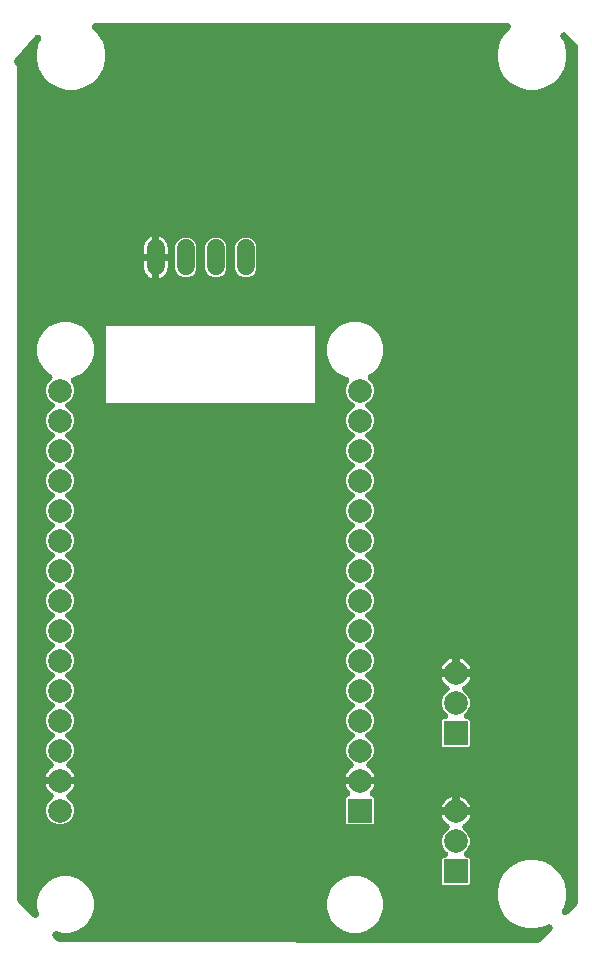
<source format=gbr>
G04 EAGLE Gerber RS-274X export*
G75*
%MOMM*%
%FSLAX34Y34*%
%LPD*%
%INBottom Copper*%
%IPPOS*%
%AMOC8*
5,1,8,0,0,1.08239X$1,22.5*%
G01*
%ADD10C,2.000000*%
%ADD11R,2.000000X2.000000*%
%ADD12C,1.524000*%
%ADD13R,1.905000X1.905000*%

G36*
X424916Y-11302D02*
X424916Y-11302D01*
X425034Y-11303D01*
X425161Y-11283D01*
X425290Y-11273D01*
X425404Y-11245D01*
X425521Y-11226D01*
X425643Y-11186D01*
X425769Y-11155D01*
X425878Y-11109D01*
X425990Y-11072D01*
X426104Y-11013D01*
X426223Y-10962D01*
X426322Y-10899D01*
X426427Y-10844D01*
X426499Y-10787D01*
X426640Y-10698D01*
X426891Y-10475D01*
X426960Y-10419D01*
X436803Y-576D01*
X436865Y-504D01*
X436933Y-438D01*
X437024Y-316D01*
X437123Y-200D01*
X437172Y-119D01*
X437229Y-43D01*
X437299Y92D01*
X437377Y222D01*
X437413Y311D01*
X437457Y395D01*
X437504Y539D01*
X437560Y680D01*
X437581Y773D01*
X437611Y864D01*
X437634Y1014D01*
X437667Y1162D01*
X437673Y1257D01*
X437687Y1351D01*
X437686Y1503D01*
X437695Y1655D01*
X437685Y1749D01*
X437684Y1844D01*
X437659Y1994D01*
X437643Y2145D01*
X437617Y2237D01*
X437602Y2331D01*
X437552Y2474D01*
X437512Y2621D01*
X437472Y2708D01*
X437441Y2797D01*
X437370Y2931D01*
X437306Y3069D01*
X437253Y3148D01*
X437208Y3232D01*
X437116Y3353D01*
X437031Y3479D01*
X436966Y3548D01*
X436908Y3623D01*
X436797Y3727D01*
X436693Y3838D01*
X436618Y3896D01*
X436548Y3961D01*
X436422Y4046D01*
X436302Y4138D01*
X436218Y4183D01*
X436139Y4236D01*
X436001Y4300D01*
X435867Y4372D01*
X435777Y4403D01*
X435691Y4442D01*
X435544Y4482D01*
X435400Y4532D01*
X435306Y4548D01*
X435215Y4573D01*
X435064Y4589D01*
X434914Y4614D01*
X434819Y4615D01*
X434724Y4625D01*
X434573Y4616D01*
X434421Y4617D01*
X434327Y4603D01*
X434232Y4597D01*
X434083Y4564D01*
X433933Y4541D01*
X433843Y4511D01*
X433750Y4490D01*
X433657Y4450D01*
X433465Y4386D01*
X433220Y4259D01*
X433125Y4218D01*
X431151Y3078D01*
X423804Y1109D01*
X416196Y1109D01*
X408849Y3078D01*
X402261Y6882D01*
X396882Y12261D01*
X393078Y18849D01*
X391109Y26196D01*
X391109Y33804D01*
X393078Y41151D01*
X396882Y47739D01*
X402261Y53118D01*
X408849Y56922D01*
X416196Y58891D01*
X423804Y58891D01*
X431151Y56922D01*
X437739Y53118D01*
X443118Y47739D01*
X446922Y41151D01*
X448891Y33804D01*
X448891Y26196D01*
X446922Y18849D01*
X445782Y16875D01*
X445742Y16789D01*
X445693Y16708D01*
X445636Y16566D01*
X445571Y16429D01*
X445545Y16338D01*
X445510Y16250D01*
X445477Y16101D01*
X445435Y15955D01*
X445423Y15861D01*
X445403Y15768D01*
X445394Y15616D01*
X445376Y15465D01*
X445380Y15370D01*
X445375Y15275D01*
X445391Y15124D01*
X445398Y14972D01*
X445417Y14879D01*
X445427Y14785D01*
X445468Y14638D01*
X445499Y14490D01*
X445533Y14401D01*
X445558Y14309D01*
X445621Y14171D01*
X445676Y14029D01*
X445724Y13947D01*
X445764Y13861D01*
X445849Y13735D01*
X445925Y13603D01*
X445986Y13530D01*
X446039Y13451D01*
X446143Y13341D01*
X446240Y13224D01*
X446312Y13161D01*
X446377Y13092D01*
X446497Y12999D01*
X446612Y12900D01*
X446693Y12849D01*
X446768Y12792D01*
X446902Y12720D01*
X447031Y12640D01*
X447119Y12603D01*
X447203Y12558D01*
X447347Y12509D01*
X447487Y12451D01*
X447580Y12429D01*
X447670Y12398D01*
X447820Y12373D01*
X447967Y12338D01*
X448062Y12332D01*
X448156Y12316D01*
X448308Y12315D01*
X448460Y12304D01*
X448554Y12313D01*
X448649Y12313D01*
X448800Y12336D01*
X448951Y12351D01*
X449043Y12375D01*
X449137Y12389D01*
X449281Y12437D01*
X449428Y12475D01*
X449515Y12514D01*
X449605Y12544D01*
X449740Y12614D01*
X449879Y12675D01*
X449959Y12728D01*
X450043Y12771D01*
X450122Y12835D01*
X450292Y12946D01*
X450495Y13132D01*
X450576Y13197D01*
X458085Y20705D01*
X458159Y20792D01*
X458240Y20873D01*
X458318Y20980D01*
X458404Y21081D01*
X458463Y21179D01*
X458530Y21271D01*
X458590Y21390D01*
X458659Y21504D01*
X458701Y21610D01*
X458753Y21712D01*
X458793Y21839D01*
X458842Y21962D01*
X458867Y22073D01*
X458901Y22182D01*
X458911Y22276D01*
X458949Y22444D01*
X458967Y22768D01*
X458977Y22860D01*
X458977Y748030D01*
X458968Y748144D01*
X458969Y748258D01*
X458948Y748389D01*
X458937Y748522D01*
X458910Y748632D01*
X458892Y748745D01*
X458851Y748872D01*
X458819Y749001D01*
X458774Y749105D01*
X458738Y749214D01*
X458676Y749332D01*
X458624Y749454D01*
X458563Y749550D01*
X458510Y749652D01*
X458451Y749725D01*
X458359Y749870D01*
X458143Y750112D01*
X458085Y750185D01*
X449360Y758909D01*
X449288Y758971D01*
X449222Y759039D01*
X449100Y759130D01*
X448984Y759228D01*
X448903Y759278D01*
X448827Y759335D01*
X448692Y759405D01*
X448562Y759483D01*
X448474Y759518D01*
X448389Y759562D01*
X448245Y759610D01*
X448104Y759666D01*
X448011Y759687D01*
X447921Y759716D01*
X447770Y759740D01*
X447622Y759773D01*
X447527Y759778D01*
X447433Y759793D01*
X447281Y759792D01*
X447130Y759801D01*
X447035Y759791D01*
X446940Y759790D01*
X446790Y759764D01*
X446639Y759748D01*
X446547Y759723D01*
X446454Y759707D01*
X446310Y759658D01*
X446163Y759618D01*
X446077Y759578D01*
X445987Y759547D01*
X445853Y759475D01*
X445715Y759412D01*
X445636Y759359D01*
X445552Y759314D01*
X445432Y759221D01*
X445306Y759137D01*
X445236Y759072D01*
X445161Y759014D01*
X445057Y758903D01*
X444946Y758799D01*
X444888Y758723D01*
X444823Y758654D01*
X444738Y758528D01*
X444646Y758407D01*
X444601Y758324D01*
X444548Y758245D01*
X444484Y758107D01*
X444413Y757973D01*
X444382Y757883D01*
X444342Y757796D01*
X444302Y757650D01*
X444253Y757506D01*
X444237Y757412D01*
X444212Y757321D01*
X444195Y757170D01*
X444170Y757020D01*
X444169Y756924D01*
X444159Y756830D01*
X444168Y756678D01*
X444167Y756526D01*
X444182Y756432D01*
X444187Y756337D01*
X444220Y756189D01*
X444244Y756039D01*
X444273Y755949D01*
X444294Y755856D01*
X444335Y755763D01*
X444398Y755570D01*
X444525Y755326D01*
X444567Y755231D01*
X446922Y751151D01*
X448891Y743804D01*
X448891Y736196D01*
X446922Y728849D01*
X443118Y722261D01*
X437739Y716882D01*
X431151Y713078D01*
X423804Y711109D01*
X416196Y711109D01*
X408849Y713078D01*
X402261Y716882D01*
X396882Y722261D01*
X393078Y728849D01*
X391109Y736196D01*
X391109Y743804D01*
X393078Y751151D01*
X396882Y757739D01*
X401528Y762385D01*
X401552Y762414D01*
X401581Y762440D01*
X401712Y762602D01*
X401847Y762761D01*
X401867Y762794D01*
X401891Y762824D01*
X401994Y763004D01*
X402102Y763184D01*
X402116Y763219D01*
X402135Y763252D01*
X402207Y763448D01*
X402285Y763642D01*
X402293Y763679D01*
X402306Y763715D01*
X402346Y763920D01*
X402392Y764124D01*
X402394Y764162D01*
X402401Y764199D01*
X402407Y764407D01*
X402419Y764616D01*
X402415Y764654D01*
X402416Y764692D01*
X402389Y764899D01*
X402367Y765107D01*
X402357Y765143D01*
X402352Y765181D01*
X402291Y765381D01*
X402236Y765582D01*
X402220Y765617D01*
X402209Y765654D01*
X402118Y765841D01*
X402031Y766031D01*
X402009Y766063D01*
X401993Y766097D01*
X401872Y766267D01*
X401755Y766440D01*
X401729Y766468D01*
X401707Y766499D01*
X401560Y766648D01*
X401417Y766800D01*
X401387Y766823D01*
X401360Y766850D01*
X401192Y766973D01*
X401026Y767100D01*
X400992Y767118D01*
X400962Y767140D01*
X400775Y767234D01*
X400591Y767333D01*
X400555Y767345D01*
X400521Y767363D01*
X400322Y767425D01*
X400125Y767493D01*
X400087Y767499D01*
X400051Y767511D01*
X399958Y767521D01*
X399638Y767576D01*
X399466Y767577D01*
X399373Y767587D01*
X50627Y767587D01*
X50589Y767584D01*
X50551Y767586D01*
X50343Y767564D01*
X50135Y767547D01*
X50098Y767538D01*
X50061Y767534D01*
X49859Y767479D01*
X49657Y767429D01*
X49622Y767414D01*
X49585Y767403D01*
X49395Y767316D01*
X49203Y767234D01*
X49171Y767214D01*
X49136Y767198D01*
X48963Y767081D01*
X48787Y766969D01*
X48759Y766944D01*
X48727Y766922D01*
X48575Y766779D01*
X48419Y766640D01*
X48395Y766611D01*
X48368Y766585D01*
X48240Y766419D01*
X48109Y766256D01*
X48090Y766223D01*
X48067Y766193D01*
X47969Y766009D01*
X47865Y765828D01*
X47852Y765792D01*
X47834Y765758D01*
X47766Y765561D01*
X47694Y765365D01*
X47686Y765328D01*
X47674Y765292D01*
X47639Y765085D01*
X47599Y764881D01*
X47598Y764843D01*
X47591Y764805D01*
X47590Y764596D01*
X47584Y764388D01*
X47589Y764350D01*
X47588Y764312D01*
X47621Y764105D01*
X47648Y763899D01*
X47659Y763862D01*
X47665Y763825D01*
X47730Y763626D01*
X47791Y763427D01*
X47807Y763392D01*
X47819Y763356D01*
X47916Y763171D01*
X48007Y762983D01*
X48029Y762952D01*
X48047Y762918D01*
X48105Y762846D01*
X48293Y762581D01*
X48414Y762459D01*
X48472Y762385D01*
X53118Y757739D01*
X56922Y751151D01*
X58891Y743804D01*
X58891Y736196D01*
X56922Y728849D01*
X53118Y722261D01*
X47739Y716882D01*
X41151Y713078D01*
X33804Y711109D01*
X26196Y711109D01*
X18849Y713078D01*
X12261Y716882D01*
X6882Y722261D01*
X3078Y728849D01*
X1109Y736196D01*
X1109Y743804D01*
X3078Y751151D01*
X4257Y753193D01*
X4343Y753375D01*
X4434Y753553D01*
X4448Y753597D01*
X4468Y753639D01*
X4524Y753832D01*
X4585Y754023D01*
X4592Y754068D01*
X4605Y754113D01*
X4628Y754313D01*
X4658Y754511D01*
X4657Y754557D01*
X4663Y754602D01*
X4654Y754803D01*
X4651Y755004D01*
X4643Y755050D01*
X4641Y755095D01*
X4600Y755292D01*
X4565Y755490D01*
X4550Y755533D01*
X4541Y755578D01*
X4468Y755766D01*
X4402Y755955D01*
X4380Y755996D01*
X4363Y756039D01*
X4261Y756212D01*
X4165Y756388D01*
X4137Y756425D01*
X4114Y756464D01*
X3985Y756619D01*
X3862Y756778D01*
X3828Y756809D01*
X3799Y756844D01*
X3648Y756976D01*
X3500Y757113D01*
X3462Y757138D01*
X3427Y757168D01*
X3256Y757274D01*
X3089Y757385D01*
X3047Y757404D01*
X3008Y757428D01*
X2822Y757505D01*
X2639Y757587D01*
X2594Y757599D01*
X2552Y757617D01*
X2357Y757663D01*
X2162Y757715D01*
X2116Y757719D01*
X2072Y757730D01*
X1871Y757743D01*
X1671Y757763D01*
X1625Y757760D01*
X1579Y757763D01*
X1380Y757745D01*
X1179Y757732D01*
X1134Y757722D01*
X1088Y757717D01*
X894Y757666D01*
X698Y757621D01*
X655Y757604D01*
X611Y757593D01*
X427Y757511D01*
X241Y757435D01*
X202Y757411D01*
X160Y757392D01*
X-9Y757282D01*
X-179Y757177D01*
X-207Y757152D01*
X-253Y757122D01*
X-616Y756789D01*
X-646Y756749D01*
X-682Y756716D01*
X-17539Y737330D01*
X-17668Y737155D01*
X-17800Y736983D01*
X-17814Y736957D01*
X-17832Y736932D01*
X-17931Y736739D01*
X-18033Y736548D01*
X-18043Y736520D01*
X-18057Y736493D01*
X-18123Y736287D01*
X-18193Y736082D01*
X-18198Y736052D01*
X-18207Y736023D01*
X-18239Y735809D01*
X-18276Y735595D01*
X-18276Y735565D01*
X-18280Y735535D01*
X-18277Y735319D01*
X-18279Y735102D01*
X-18274Y735072D01*
X-18274Y735042D01*
X-18236Y734829D01*
X-18202Y734615D01*
X-18193Y734586D01*
X-18187Y734556D01*
X-18116Y734352D01*
X-18048Y734146D01*
X-18034Y734119D01*
X-18024Y734091D01*
X-17920Y733901D01*
X-17820Y733708D01*
X-17805Y733689D01*
X-17788Y733658D01*
X-17484Y733269D01*
X-17427Y733216D01*
X-17395Y733175D01*
X-15747Y731528D01*
X-15747Y25400D01*
X-15738Y25286D01*
X-15739Y25172D01*
X-15718Y25041D01*
X-15707Y24908D01*
X-15680Y24798D01*
X-15662Y24685D01*
X-15621Y24558D01*
X-15589Y24429D01*
X-15544Y24325D01*
X-15508Y24216D01*
X-15446Y24098D01*
X-15394Y23976D01*
X-15333Y23880D01*
X-15280Y23778D01*
X-15221Y23705D01*
X-15129Y23560D01*
X-14913Y23318D01*
X-14855Y23245D01*
X-2561Y10951D01*
X-2416Y10829D01*
X-2276Y10700D01*
X-2228Y10669D01*
X-2185Y10632D01*
X-2022Y10534D01*
X-1863Y10430D01*
X-1811Y10407D01*
X-1762Y10377D01*
X-1586Y10307D01*
X-1412Y10230D01*
X-1357Y10215D01*
X-1304Y10194D01*
X-1119Y10153D01*
X-935Y10105D01*
X-878Y10100D01*
X-823Y10087D01*
X-632Y10077D01*
X-444Y10059D01*
X-387Y10063D01*
X-330Y10060D01*
X-141Y10080D01*
X48Y10093D01*
X104Y10106D01*
X161Y10112D01*
X344Y10162D01*
X529Y10206D01*
X581Y10228D01*
X636Y10243D01*
X809Y10322D01*
X984Y10395D01*
X1033Y10425D01*
X1085Y10448D01*
X1242Y10554D01*
X1404Y10654D01*
X1447Y10692D01*
X1494Y10724D01*
X1632Y10854D01*
X1776Y10979D01*
X1812Y11023D01*
X1854Y11062D01*
X1969Y11212D01*
X2090Y11358D01*
X2119Y11408D01*
X2154Y11453D01*
X2244Y11621D01*
X2340Y11784D01*
X2360Y11837D01*
X2387Y11888D01*
X2449Y12068D01*
X2517Y12245D01*
X2529Y12300D01*
X2547Y12354D01*
X2579Y12542D01*
X2618Y12728D01*
X2620Y12785D01*
X2630Y12841D01*
X2631Y13031D01*
X2639Y13220D01*
X2632Y13265D01*
X2633Y13334D01*
X2556Y13821D01*
X2542Y13864D01*
X2537Y13895D01*
X1409Y18105D01*
X1409Y24395D01*
X3037Y30471D01*
X6183Y35919D01*
X10631Y40367D01*
X16079Y43513D01*
X22155Y45141D01*
X28445Y45141D01*
X34521Y43513D01*
X39969Y40367D01*
X44417Y35919D01*
X47563Y30471D01*
X49191Y24395D01*
X49191Y18105D01*
X47563Y12029D01*
X44417Y6581D01*
X39969Y2133D01*
X34521Y-1013D01*
X28445Y-2641D01*
X22155Y-2641D01*
X17945Y-1513D01*
X17758Y-1479D01*
X17573Y-1437D01*
X17515Y-1434D01*
X17459Y-1424D01*
X17270Y-1420D01*
X17080Y-1410D01*
X17023Y-1416D01*
X16966Y-1415D01*
X16778Y-1442D01*
X16589Y-1462D01*
X16535Y-1477D01*
X16478Y-1485D01*
X16297Y-1542D01*
X16114Y-1593D01*
X16062Y-1616D01*
X16007Y-1634D01*
X15838Y-1719D01*
X15665Y-1798D01*
X15618Y-1830D01*
X15567Y-1856D01*
X15413Y-1968D01*
X15256Y-2074D01*
X15214Y-2113D01*
X15168Y-2146D01*
X15035Y-2281D01*
X14896Y-2412D01*
X14862Y-2457D01*
X14822Y-2497D01*
X14712Y-2652D01*
X14596Y-2803D01*
X14569Y-2853D01*
X14536Y-2900D01*
X14453Y-3070D01*
X14363Y-3238D01*
X14344Y-3292D01*
X14319Y-3343D01*
X14265Y-3525D01*
X14203Y-3704D01*
X14193Y-3761D01*
X14177Y-3815D01*
X14152Y-4003D01*
X14120Y-4191D01*
X14120Y-4248D01*
X14113Y-4304D01*
X14119Y-4494D01*
X14117Y-4684D01*
X14126Y-4741D01*
X14128Y-4797D01*
X14164Y-4984D01*
X14194Y-5171D01*
X14212Y-5226D01*
X14223Y-5282D01*
X14289Y-5459D01*
X14348Y-5640D01*
X14375Y-5691D01*
X14394Y-5744D01*
X14488Y-5909D01*
X14576Y-6078D01*
X14605Y-6113D01*
X14638Y-6173D01*
X14949Y-6557D01*
X14982Y-6587D01*
X15001Y-6611D01*
X17779Y-9389D01*
X17863Y-9460D01*
X17940Y-9539D01*
X18051Y-9619D01*
X18155Y-9708D01*
X18250Y-9765D01*
X18339Y-9830D01*
X18460Y-9892D01*
X18578Y-9963D01*
X18680Y-10004D01*
X18778Y-10054D01*
X18909Y-10095D01*
X19036Y-10146D01*
X19143Y-10170D01*
X19249Y-10203D01*
X19344Y-10214D01*
X19517Y-10252D01*
X19831Y-10270D01*
X19926Y-10281D01*
X424798Y-11312D01*
X424916Y-11302D01*
G37*
%LPC*%
G36*
X59800Y445849D02*
X59800Y445849D01*
X59799Y445850D01*
X59799Y510750D01*
X59800Y510751D01*
X236700Y510751D01*
X236701Y510750D01*
X236701Y445850D01*
X236700Y445849D01*
X59800Y445849D01*
G37*
%LPD*%
%LPC*%
G36*
X20600Y129297D02*
X20600Y129297D01*
X8404Y129297D01*
X8978Y131064D01*
X9874Y132823D01*
X11035Y134420D01*
X12430Y135815D01*
X14007Y136961D01*
X14059Y137006D01*
X14116Y137044D01*
X14246Y137166D01*
X14381Y137282D01*
X14426Y137335D01*
X14475Y137382D01*
X14584Y137523D01*
X14699Y137660D01*
X14734Y137719D01*
X14776Y137773D01*
X14860Y137931D01*
X14951Y138084D01*
X14976Y138148D01*
X15009Y138208D01*
X15067Y138377D01*
X15132Y138543D01*
X15147Y138610D01*
X15169Y138675D01*
X15199Y138851D01*
X15236Y139025D01*
X15240Y139093D01*
X15251Y139161D01*
X15253Y139340D01*
X15262Y139518D01*
X15254Y139586D01*
X15255Y139654D01*
X15227Y139831D01*
X15207Y140008D01*
X15189Y140074D01*
X15178Y140142D01*
X15122Y140311D01*
X15074Y140483D01*
X15045Y140545D01*
X15024Y140610D01*
X14941Y140769D01*
X14866Y140930D01*
X14827Y140987D01*
X14796Y141048D01*
X14730Y141130D01*
X14589Y141338D01*
X14436Y141500D01*
X14371Y141581D01*
X10830Y145122D01*
X9075Y149358D01*
X9075Y153942D01*
X10830Y158178D01*
X14072Y161420D01*
X14348Y161535D01*
X14382Y161552D01*
X14418Y161565D01*
X14601Y161664D01*
X14787Y161760D01*
X14818Y161782D01*
X14851Y161801D01*
X15017Y161929D01*
X15184Y162053D01*
X15211Y162080D01*
X15241Y162103D01*
X15383Y162257D01*
X15529Y162406D01*
X15550Y162437D01*
X15576Y162465D01*
X15692Y162639D01*
X15812Y162810D01*
X15828Y162844D01*
X15849Y162876D01*
X15935Y163067D01*
X16026Y163254D01*
X16036Y163291D01*
X16052Y163326D01*
X16106Y163528D01*
X16165Y163728D01*
X16170Y163765D01*
X16180Y163802D01*
X16201Y164011D01*
X16226Y164217D01*
X16225Y164255D01*
X16229Y164293D01*
X16216Y164501D01*
X16208Y164710D01*
X16200Y164748D01*
X16198Y164786D01*
X16152Y164989D01*
X16110Y165194D01*
X16097Y165229D01*
X16088Y165267D01*
X16010Y165460D01*
X15936Y165655D01*
X15917Y165688D01*
X15902Y165724D01*
X15794Y165901D01*
X15689Y166082D01*
X15665Y166112D01*
X15645Y166144D01*
X15509Y166302D01*
X15377Y166464D01*
X15348Y166489D01*
X15323Y166518D01*
X15163Y166653D01*
X15007Y166791D01*
X14974Y166811D01*
X14945Y166835D01*
X14864Y166881D01*
X14589Y167053D01*
X14431Y167120D01*
X14348Y167165D01*
X14072Y167280D01*
X10830Y170522D01*
X9075Y174758D01*
X9075Y179342D01*
X10830Y183578D01*
X14072Y186820D01*
X14348Y186935D01*
X14382Y186952D01*
X14418Y186965D01*
X14601Y187064D01*
X14787Y187160D01*
X14818Y187182D01*
X14851Y187201D01*
X15017Y187329D01*
X15184Y187453D01*
X15211Y187480D01*
X15241Y187503D01*
X15383Y187657D01*
X15529Y187806D01*
X15550Y187837D01*
X15576Y187865D01*
X15692Y188039D01*
X15812Y188210D01*
X15828Y188244D01*
X15849Y188276D01*
X15935Y188467D01*
X16026Y188654D01*
X16036Y188691D01*
X16052Y188726D01*
X16106Y188928D01*
X16165Y189128D01*
X16170Y189165D01*
X16180Y189202D01*
X16201Y189411D01*
X16226Y189617D01*
X16225Y189655D01*
X16229Y189693D01*
X16216Y189901D01*
X16208Y190110D01*
X16200Y190148D01*
X16198Y190186D01*
X16152Y190389D01*
X16110Y190594D01*
X16097Y190629D01*
X16088Y190667D01*
X16010Y190860D01*
X15936Y191055D01*
X15917Y191088D01*
X15902Y191124D01*
X15794Y191301D01*
X15689Y191482D01*
X15665Y191512D01*
X15645Y191544D01*
X15509Y191702D01*
X15377Y191864D01*
X15348Y191889D01*
X15323Y191918D01*
X15163Y192053D01*
X15007Y192191D01*
X14974Y192211D01*
X14945Y192235D01*
X14864Y192281D01*
X14589Y192453D01*
X14431Y192520D01*
X14348Y192565D01*
X14072Y192680D01*
X10830Y195922D01*
X9075Y200158D01*
X9075Y204742D01*
X10830Y208978D01*
X14072Y212220D01*
X14348Y212335D01*
X14382Y212352D01*
X14418Y212365D01*
X14601Y212464D01*
X14787Y212560D01*
X14818Y212582D01*
X14851Y212601D01*
X15017Y212729D01*
X15184Y212853D01*
X15211Y212880D01*
X15241Y212903D01*
X15383Y213057D01*
X15529Y213206D01*
X15550Y213237D01*
X15576Y213265D01*
X15692Y213439D01*
X15812Y213610D01*
X15828Y213644D01*
X15849Y213676D01*
X15935Y213867D01*
X16026Y214054D01*
X16036Y214091D01*
X16052Y214126D01*
X16106Y214328D01*
X16165Y214528D01*
X16170Y214565D01*
X16180Y214602D01*
X16201Y214811D01*
X16226Y215017D01*
X16225Y215055D01*
X16229Y215093D01*
X16216Y215301D01*
X16208Y215510D01*
X16200Y215548D01*
X16198Y215586D01*
X16152Y215789D01*
X16110Y215994D01*
X16097Y216029D01*
X16088Y216067D01*
X16010Y216260D01*
X15936Y216455D01*
X15917Y216488D01*
X15902Y216524D01*
X15794Y216701D01*
X15689Y216882D01*
X15665Y216912D01*
X15645Y216944D01*
X15509Y217102D01*
X15377Y217264D01*
X15348Y217289D01*
X15323Y217318D01*
X15163Y217453D01*
X15007Y217591D01*
X14974Y217611D01*
X14945Y217635D01*
X14864Y217681D01*
X14589Y217853D01*
X14431Y217920D01*
X14348Y217965D01*
X14072Y218080D01*
X10830Y221322D01*
X9075Y225558D01*
X9075Y230142D01*
X10830Y234378D01*
X14072Y237620D01*
X14348Y237735D01*
X14382Y237752D01*
X14418Y237765D01*
X14601Y237864D01*
X14787Y237960D01*
X14818Y237982D01*
X14851Y238001D01*
X15017Y238129D01*
X15184Y238253D01*
X15211Y238280D01*
X15241Y238303D01*
X15383Y238457D01*
X15529Y238606D01*
X15550Y238637D01*
X15576Y238665D01*
X15692Y238839D01*
X15812Y239010D01*
X15828Y239044D01*
X15849Y239076D01*
X15935Y239267D01*
X16026Y239454D01*
X16036Y239491D01*
X16052Y239526D01*
X16106Y239728D01*
X16165Y239928D01*
X16170Y239965D01*
X16180Y240002D01*
X16201Y240211D01*
X16226Y240417D01*
X16225Y240455D01*
X16229Y240493D01*
X16216Y240701D01*
X16208Y240910D01*
X16200Y240948D01*
X16198Y240986D01*
X16152Y241189D01*
X16110Y241394D01*
X16097Y241429D01*
X16088Y241467D01*
X16010Y241660D01*
X15936Y241855D01*
X15917Y241888D01*
X15902Y241924D01*
X15794Y242101D01*
X15689Y242282D01*
X15665Y242312D01*
X15645Y242344D01*
X15509Y242502D01*
X15377Y242664D01*
X15348Y242689D01*
X15323Y242718D01*
X15163Y242853D01*
X15007Y242991D01*
X14974Y243011D01*
X14945Y243035D01*
X14864Y243081D01*
X14589Y243253D01*
X14431Y243320D01*
X14348Y243365D01*
X14072Y243480D01*
X10830Y246722D01*
X9075Y250958D01*
X9075Y255542D01*
X10830Y259778D01*
X14072Y263020D01*
X14348Y263135D01*
X14382Y263152D01*
X14418Y263165D01*
X14601Y263264D01*
X14787Y263360D01*
X14818Y263382D01*
X14851Y263401D01*
X15017Y263529D01*
X15184Y263653D01*
X15211Y263680D01*
X15241Y263703D01*
X15383Y263857D01*
X15529Y264006D01*
X15550Y264037D01*
X15576Y264065D01*
X15692Y264239D01*
X15812Y264410D01*
X15828Y264444D01*
X15849Y264476D01*
X15935Y264667D01*
X16026Y264854D01*
X16036Y264891D01*
X16052Y264926D01*
X16106Y265128D01*
X16165Y265328D01*
X16170Y265365D01*
X16180Y265402D01*
X16201Y265611D01*
X16226Y265817D01*
X16225Y265855D01*
X16229Y265893D01*
X16216Y266101D01*
X16208Y266310D01*
X16200Y266348D01*
X16198Y266386D01*
X16152Y266589D01*
X16110Y266794D01*
X16097Y266829D01*
X16088Y266867D01*
X16010Y267060D01*
X15936Y267255D01*
X15917Y267288D01*
X15902Y267324D01*
X15794Y267501D01*
X15689Y267682D01*
X15665Y267712D01*
X15645Y267744D01*
X15509Y267902D01*
X15377Y268064D01*
X15348Y268089D01*
X15323Y268118D01*
X15163Y268253D01*
X15007Y268391D01*
X14974Y268411D01*
X14945Y268435D01*
X14864Y268481D01*
X14589Y268653D01*
X14431Y268720D01*
X14348Y268765D01*
X14072Y268880D01*
X10830Y272122D01*
X9075Y276358D01*
X9075Y280942D01*
X10830Y285178D01*
X14072Y288420D01*
X14348Y288535D01*
X14382Y288552D01*
X14418Y288565D01*
X14601Y288664D01*
X14787Y288760D01*
X14818Y288782D01*
X14851Y288801D01*
X15017Y288929D01*
X15184Y289053D01*
X15211Y289080D01*
X15241Y289103D01*
X15383Y289257D01*
X15529Y289406D01*
X15550Y289437D01*
X15576Y289465D01*
X15692Y289639D01*
X15812Y289810D01*
X15828Y289844D01*
X15849Y289876D01*
X15935Y290067D01*
X16026Y290254D01*
X16036Y290291D01*
X16052Y290326D01*
X16106Y290528D01*
X16165Y290728D01*
X16170Y290765D01*
X16180Y290802D01*
X16201Y291011D01*
X16226Y291217D01*
X16225Y291255D01*
X16229Y291293D01*
X16216Y291501D01*
X16208Y291710D01*
X16200Y291748D01*
X16198Y291786D01*
X16152Y291989D01*
X16110Y292194D01*
X16097Y292229D01*
X16088Y292267D01*
X16010Y292460D01*
X15936Y292655D01*
X15917Y292688D01*
X15902Y292724D01*
X15794Y292901D01*
X15689Y293082D01*
X15665Y293112D01*
X15645Y293144D01*
X15509Y293302D01*
X15377Y293464D01*
X15348Y293489D01*
X15323Y293518D01*
X15163Y293653D01*
X15007Y293791D01*
X14974Y293811D01*
X14945Y293835D01*
X14864Y293881D01*
X14589Y294053D01*
X14431Y294120D01*
X14348Y294165D01*
X14072Y294280D01*
X10830Y297522D01*
X9075Y301758D01*
X9075Y306342D01*
X10830Y310578D01*
X14072Y313820D01*
X14348Y313935D01*
X14382Y313952D01*
X14418Y313965D01*
X14601Y314064D01*
X14787Y314160D01*
X14818Y314182D01*
X14851Y314201D01*
X15017Y314329D01*
X15184Y314453D01*
X15211Y314480D01*
X15241Y314503D01*
X15383Y314657D01*
X15529Y314806D01*
X15550Y314837D01*
X15576Y314865D01*
X15692Y315039D01*
X15812Y315210D01*
X15828Y315244D01*
X15849Y315276D01*
X15935Y315467D01*
X16026Y315654D01*
X16036Y315691D01*
X16052Y315726D01*
X16106Y315928D01*
X16165Y316128D01*
X16170Y316165D01*
X16180Y316202D01*
X16201Y316411D01*
X16226Y316617D01*
X16225Y316655D01*
X16229Y316693D01*
X16216Y316901D01*
X16208Y317110D01*
X16200Y317148D01*
X16198Y317186D01*
X16152Y317389D01*
X16110Y317594D01*
X16097Y317629D01*
X16088Y317667D01*
X16010Y317860D01*
X15936Y318055D01*
X15917Y318088D01*
X15902Y318124D01*
X15794Y318301D01*
X15689Y318482D01*
X15665Y318512D01*
X15645Y318544D01*
X15509Y318702D01*
X15377Y318864D01*
X15348Y318889D01*
X15323Y318918D01*
X15163Y319053D01*
X15007Y319191D01*
X14974Y319211D01*
X14945Y319235D01*
X14864Y319281D01*
X14589Y319453D01*
X14431Y319520D01*
X14348Y319565D01*
X14072Y319680D01*
X10830Y322922D01*
X9075Y327158D01*
X9075Y331742D01*
X10830Y335978D01*
X14072Y339220D01*
X14348Y339335D01*
X14382Y339352D01*
X14418Y339365D01*
X14601Y339464D01*
X14787Y339560D01*
X14818Y339582D01*
X14851Y339601D01*
X15017Y339729D01*
X15184Y339853D01*
X15211Y339880D01*
X15241Y339903D01*
X15383Y340057D01*
X15529Y340206D01*
X15550Y340237D01*
X15576Y340265D01*
X15692Y340439D01*
X15812Y340610D01*
X15828Y340644D01*
X15849Y340676D01*
X15935Y340867D01*
X16026Y341054D01*
X16036Y341091D01*
X16052Y341126D01*
X16106Y341328D01*
X16165Y341528D01*
X16170Y341565D01*
X16180Y341602D01*
X16201Y341811D01*
X16226Y342017D01*
X16225Y342055D01*
X16229Y342093D01*
X16216Y342301D01*
X16208Y342510D01*
X16200Y342548D01*
X16198Y342586D01*
X16152Y342789D01*
X16110Y342994D01*
X16097Y343029D01*
X16088Y343067D01*
X16010Y343260D01*
X15936Y343455D01*
X15917Y343488D01*
X15902Y343524D01*
X15794Y343701D01*
X15689Y343882D01*
X15665Y343912D01*
X15645Y343944D01*
X15509Y344102D01*
X15377Y344264D01*
X15348Y344289D01*
X15323Y344318D01*
X15163Y344453D01*
X15007Y344591D01*
X14974Y344611D01*
X14945Y344635D01*
X14864Y344681D01*
X14738Y344759D01*
X14724Y344770D01*
X14712Y344776D01*
X14589Y344853D01*
X14431Y344920D01*
X14348Y344965D01*
X14072Y345080D01*
X10830Y348322D01*
X9075Y352558D01*
X9075Y357142D01*
X10830Y361378D01*
X14072Y364620D01*
X14348Y364735D01*
X14382Y364752D01*
X14418Y364765D01*
X14601Y364864D01*
X14787Y364960D01*
X14818Y364982D01*
X14851Y365001D01*
X15016Y365129D01*
X15184Y365253D01*
X15211Y365280D01*
X15241Y365303D01*
X15383Y365457D01*
X15529Y365606D01*
X15550Y365637D01*
X15576Y365665D01*
X15692Y365839D01*
X15812Y366010D01*
X15828Y366044D01*
X15849Y366076D01*
X15935Y366266D01*
X16026Y366454D01*
X16036Y366491D01*
X16052Y366526D01*
X16106Y366727D01*
X16165Y366928D01*
X16170Y366966D01*
X16180Y367002D01*
X16200Y367210D01*
X16226Y367417D01*
X16225Y367455D01*
X16229Y367493D01*
X16216Y367702D01*
X16208Y367910D01*
X16200Y367947D01*
X16198Y367986D01*
X16152Y368189D01*
X16110Y368394D01*
X16097Y368429D01*
X16088Y368467D01*
X16010Y368659D01*
X15936Y368855D01*
X15917Y368888D01*
X15902Y368923D01*
X15793Y369101D01*
X15689Y369282D01*
X15665Y369312D01*
X15645Y369344D01*
X15509Y369503D01*
X15377Y369664D01*
X15348Y369689D01*
X15323Y369718D01*
X15163Y369852D01*
X15007Y369991D01*
X14974Y370011D01*
X14945Y370035D01*
X14864Y370080D01*
X14589Y370253D01*
X14430Y370320D01*
X14348Y370365D01*
X14072Y370480D01*
X10830Y373722D01*
X9075Y377958D01*
X9075Y382542D01*
X10830Y386778D01*
X14072Y390020D01*
X14348Y390135D01*
X14382Y390152D01*
X14418Y390165D01*
X14601Y390264D01*
X14787Y390360D01*
X14818Y390382D01*
X14851Y390401D01*
X15016Y390529D01*
X15184Y390653D01*
X15211Y390680D01*
X15241Y390703D01*
X15383Y390857D01*
X15529Y391006D01*
X15550Y391037D01*
X15576Y391065D01*
X15692Y391239D01*
X15812Y391410D01*
X15828Y391444D01*
X15849Y391476D01*
X15935Y391666D01*
X16026Y391854D01*
X16036Y391891D01*
X16052Y391926D01*
X16106Y392127D01*
X16165Y392328D01*
X16170Y392366D01*
X16180Y392402D01*
X16200Y392610D01*
X16226Y392817D01*
X16225Y392855D01*
X16229Y392893D01*
X16216Y393102D01*
X16208Y393310D01*
X16200Y393347D01*
X16198Y393386D01*
X16152Y393589D01*
X16110Y393794D01*
X16097Y393829D01*
X16088Y393867D01*
X16010Y394059D01*
X15936Y394255D01*
X15917Y394288D01*
X15902Y394323D01*
X15793Y394501D01*
X15689Y394682D01*
X15665Y394712D01*
X15645Y394744D01*
X15509Y394903D01*
X15377Y395064D01*
X15348Y395089D01*
X15323Y395118D01*
X15163Y395252D01*
X15007Y395391D01*
X14974Y395411D01*
X14945Y395435D01*
X14864Y395480D01*
X14589Y395653D01*
X14430Y395720D01*
X14348Y395765D01*
X14072Y395880D01*
X10830Y399122D01*
X9075Y403358D01*
X9075Y407942D01*
X10830Y412178D01*
X14072Y415420D01*
X14348Y415535D01*
X14382Y415552D01*
X14418Y415565D01*
X14523Y415622D01*
X14604Y415657D01*
X14679Y415704D01*
X14787Y415760D01*
X14818Y415782D01*
X14851Y415801D01*
X14948Y415875D01*
X15020Y415922D01*
X15085Y415979D01*
X15184Y416053D01*
X15211Y416080D01*
X15241Y416103D01*
X15325Y416194D01*
X15388Y416250D01*
X15442Y416317D01*
X15529Y416406D01*
X15550Y416437D01*
X15576Y416465D01*
X15645Y416569D01*
X15698Y416634D01*
X15740Y416707D01*
X15812Y416810D01*
X15828Y416844D01*
X15849Y416876D01*
X15901Y416990D01*
X15942Y417063D01*
X15971Y417141D01*
X16026Y417254D01*
X16036Y417291D01*
X16052Y417326D01*
X16085Y417447D01*
X16114Y417526D01*
X16130Y417608D01*
X16165Y417728D01*
X16170Y417766D01*
X16180Y417802D01*
X16192Y417927D01*
X16208Y418010D01*
X16211Y418094D01*
X16226Y418217D01*
X16225Y418255D01*
X16229Y418293D01*
X16221Y418417D01*
X16224Y418503D01*
X16213Y418587D01*
X16208Y418710D01*
X16200Y418747D01*
X16198Y418786D01*
X16171Y418905D01*
X16159Y418992D01*
X16134Y419075D01*
X16110Y419194D01*
X16097Y419229D01*
X16088Y419267D01*
X16043Y419378D01*
X16017Y419464D01*
X15978Y419544D01*
X15936Y419655D01*
X15917Y419688D01*
X15902Y419723D01*
X15840Y419825D01*
X15800Y419907D01*
X15747Y419982D01*
X15689Y420082D01*
X15665Y420112D01*
X15645Y420144D01*
X15569Y420232D01*
X15514Y420310D01*
X15448Y420377D01*
X15377Y420464D01*
X15348Y420489D01*
X15323Y420518D01*
X15237Y420591D01*
X15168Y420661D01*
X15089Y420718D01*
X15007Y420791D01*
X14974Y420811D01*
X14945Y420835D01*
X14873Y420875D01*
X14769Y420951D01*
X14679Y420997D01*
X14589Y421053D01*
X14456Y421109D01*
X14387Y421144D01*
X14348Y421165D01*
X14072Y421280D01*
X10830Y424522D01*
X9075Y428758D01*
X9075Y433342D01*
X10830Y437578D01*
X14072Y440820D01*
X14348Y440935D01*
X14382Y440952D01*
X14418Y440965D01*
X14601Y441064D01*
X14787Y441160D01*
X14818Y441182D01*
X14851Y441201D01*
X15016Y441329D01*
X15184Y441453D01*
X15211Y441480D01*
X15241Y441503D01*
X15383Y441657D01*
X15529Y441806D01*
X15550Y441837D01*
X15576Y441865D01*
X15692Y442039D01*
X15812Y442210D01*
X15828Y442244D01*
X15849Y442276D01*
X15935Y442466D01*
X16026Y442654D01*
X16036Y442691D01*
X16052Y442726D01*
X16106Y442927D01*
X16165Y443128D01*
X16170Y443166D01*
X16180Y443202D01*
X16200Y443410D01*
X16226Y443617D01*
X16225Y443655D01*
X16229Y443693D01*
X16216Y443902D01*
X16208Y444110D01*
X16200Y444147D01*
X16198Y444186D01*
X16152Y444389D01*
X16110Y444594D01*
X16097Y444629D01*
X16088Y444667D01*
X16010Y444859D01*
X15936Y445055D01*
X15917Y445088D01*
X15902Y445123D01*
X15793Y445301D01*
X15689Y445482D01*
X15665Y445512D01*
X15645Y445544D01*
X15509Y445703D01*
X15377Y445864D01*
X15348Y445889D01*
X15323Y445918D01*
X15163Y446052D01*
X15007Y446191D01*
X14974Y446211D01*
X14945Y446235D01*
X14864Y446280D01*
X14589Y446453D01*
X14430Y446520D01*
X14348Y446565D01*
X14072Y446680D01*
X10830Y449922D01*
X9075Y454158D01*
X9075Y458742D01*
X10830Y462978D01*
X13436Y465584D01*
X13584Y465758D01*
X13733Y465929D01*
X13743Y465945D01*
X13755Y465960D01*
X13873Y466155D01*
X13993Y466349D01*
X14000Y466366D01*
X14010Y466382D01*
X14094Y466594D01*
X14181Y466804D01*
X14186Y466823D01*
X14193Y466841D01*
X14242Y467063D01*
X14294Y467285D01*
X14295Y467304D01*
X14299Y467322D01*
X14312Y467551D01*
X14328Y467777D01*
X14326Y467796D01*
X14327Y467815D01*
X14303Y468042D01*
X14282Y468268D01*
X14277Y468287D01*
X14275Y468305D01*
X14215Y468524D01*
X14157Y468745D01*
X14149Y468763D01*
X14144Y468781D01*
X14049Y468989D01*
X13957Y469196D01*
X13946Y469212D01*
X13939Y469229D01*
X13811Y469419D01*
X13687Y469609D01*
X13674Y469623D01*
X13663Y469639D01*
X13507Y469805D01*
X13353Y469973D01*
X13340Y469982D01*
X13325Y469998D01*
X12934Y470299D01*
X12852Y470342D01*
X12804Y470378D01*
X10631Y471633D01*
X6183Y476081D01*
X3037Y481529D01*
X1409Y487605D01*
X1409Y493895D01*
X3037Y499971D01*
X6183Y505419D01*
X10631Y509867D01*
X16079Y513013D01*
X22155Y514641D01*
X28445Y514641D01*
X34521Y513013D01*
X39969Y509867D01*
X44417Y505419D01*
X47563Y499971D01*
X49191Y493895D01*
X49191Y487605D01*
X47563Y481529D01*
X44417Y476081D01*
X39969Y471633D01*
X34521Y468487D01*
X32001Y467812D01*
X31875Y467767D01*
X31747Y467732D01*
X31643Y467684D01*
X31536Y467646D01*
X31420Y467582D01*
X31298Y467526D01*
X31204Y467463D01*
X31104Y467407D01*
X31000Y467325D01*
X30889Y467251D01*
X30806Y467173D01*
X30717Y467102D01*
X30627Y467004D01*
X30530Y466913D01*
X30460Y466823D01*
X30383Y466739D01*
X30310Y466627D01*
X30229Y466521D01*
X30176Y466421D01*
X30113Y466326D01*
X30059Y466204D01*
X29996Y466087D01*
X29959Y465979D01*
X29913Y465875D01*
X29879Y465746D01*
X29836Y465620D01*
X29817Y465507D01*
X29788Y465398D01*
X29776Y465265D01*
X29754Y465134D01*
X29753Y465019D01*
X29742Y464906D01*
X29751Y464774D01*
X29751Y464640D01*
X29768Y464528D01*
X29776Y464414D01*
X29807Y464285D01*
X29827Y464153D01*
X29863Y464045D01*
X29889Y463934D01*
X29940Y463811D01*
X29982Y463684D01*
X30034Y463583D01*
X30078Y463478D01*
X30148Y463365D01*
X30210Y463247D01*
X30262Y463181D01*
X30335Y463063D01*
X32125Y458742D01*
X32125Y454158D01*
X30370Y449922D01*
X27128Y446680D01*
X26852Y446565D01*
X26818Y446548D01*
X26782Y446535D01*
X26598Y446435D01*
X26413Y446340D01*
X26382Y446318D01*
X26349Y446299D01*
X26184Y446171D01*
X26016Y446047D01*
X25989Y446020D01*
X25959Y445997D01*
X25817Y445844D01*
X25671Y445694D01*
X25649Y445663D01*
X25624Y445635D01*
X25508Y445461D01*
X25388Y445290D01*
X25372Y445256D01*
X25351Y445224D01*
X25265Y445034D01*
X25174Y444845D01*
X25164Y444809D01*
X25148Y444774D01*
X25094Y444573D01*
X25035Y444372D01*
X25030Y444334D01*
X25020Y444298D01*
X24999Y444090D01*
X24974Y443883D01*
X24975Y443845D01*
X24971Y443807D01*
X24984Y443598D01*
X24992Y443390D01*
X25000Y443352D01*
X25002Y443314D01*
X25048Y443111D01*
X25090Y442906D01*
X25103Y442870D01*
X25112Y442833D01*
X25190Y442640D01*
X25264Y442445D01*
X25283Y442412D01*
X25298Y442376D01*
X25407Y442198D01*
X25511Y442018D01*
X25535Y441988D01*
X25555Y441955D01*
X25691Y441797D01*
X25823Y441636D01*
X25852Y441610D01*
X25877Y441582D01*
X26037Y441448D01*
X26193Y441309D01*
X26226Y441289D01*
X26255Y441265D01*
X26336Y441220D01*
X26611Y441047D01*
X26770Y440980D01*
X26852Y440935D01*
X27128Y440820D01*
X30370Y437578D01*
X32125Y433342D01*
X32125Y428758D01*
X30370Y424522D01*
X27128Y421280D01*
X26852Y421165D01*
X26818Y421148D01*
X26782Y421135D01*
X26690Y421085D01*
X26596Y421045D01*
X26509Y420990D01*
X26413Y420940D01*
X26382Y420918D01*
X26349Y420899D01*
X26263Y420833D01*
X26180Y420780D01*
X26105Y420713D01*
X26016Y420647D01*
X25989Y420620D01*
X25959Y420597D01*
X25883Y420515D01*
X25812Y420451D01*
X25751Y420376D01*
X25671Y420294D01*
X25649Y420263D01*
X25624Y420235D01*
X25560Y420140D01*
X25502Y420067D01*
X25456Y419986D01*
X25388Y419890D01*
X25372Y419856D01*
X25351Y419824D01*
X25303Y419717D01*
X25258Y419638D01*
X25226Y419553D01*
X25174Y419445D01*
X25164Y419409D01*
X25148Y419374D01*
X25117Y419259D01*
X25086Y419176D01*
X25069Y419089D01*
X25035Y418972D01*
X25030Y418934D01*
X25020Y418898D01*
X25008Y418776D01*
X24992Y418692D01*
X24989Y418605D01*
X24974Y418483D01*
X24975Y418445D01*
X24971Y418407D01*
X24979Y418283D01*
X24976Y418199D01*
X24987Y418114D01*
X24992Y417990D01*
X25000Y417952D01*
X25002Y417914D01*
X25030Y417793D01*
X25041Y417710D01*
X25065Y417629D01*
X25090Y417506D01*
X25103Y417470D01*
X25112Y417433D01*
X25159Y417318D01*
X25183Y417237D01*
X25220Y417162D01*
X25264Y417045D01*
X25283Y417012D01*
X25298Y416976D01*
X25363Y416870D01*
X25400Y416794D01*
X25449Y416726D01*
X25511Y416618D01*
X25535Y416588D01*
X25555Y416555D01*
X25637Y416461D01*
X25686Y416392D01*
X25745Y416332D01*
X25823Y416236D01*
X25852Y416210D01*
X25877Y416182D01*
X25972Y416102D01*
X26032Y416041D01*
X26102Y415990D01*
X26193Y415909D01*
X26226Y415889D01*
X26255Y415865D01*
X26335Y415820D01*
X26431Y415750D01*
X26509Y415711D01*
X26611Y415647D01*
X26762Y415583D01*
X26782Y415573D01*
X26852Y415535D01*
X27128Y415420D01*
X30370Y412178D01*
X32125Y407942D01*
X32125Y403358D01*
X30370Y399122D01*
X27128Y395880D01*
X26852Y395765D01*
X26818Y395748D01*
X26782Y395735D01*
X26598Y395635D01*
X26413Y395540D01*
X26382Y395518D01*
X26349Y395499D01*
X26184Y395371D01*
X26016Y395247D01*
X25989Y395220D01*
X25959Y395197D01*
X25817Y395044D01*
X25671Y394894D01*
X25649Y394863D01*
X25624Y394835D01*
X25508Y394661D01*
X25388Y394490D01*
X25372Y394456D01*
X25351Y394424D01*
X25265Y394234D01*
X25174Y394045D01*
X25164Y394009D01*
X25148Y393974D01*
X25094Y393773D01*
X25035Y393572D01*
X25030Y393534D01*
X25020Y393498D01*
X24999Y393290D01*
X24974Y393083D01*
X24975Y393045D01*
X24971Y393007D01*
X24984Y392798D01*
X24992Y392590D01*
X25000Y392552D01*
X25002Y392514D01*
X25048Y392311D01*
X25090Y392106D01*
X25103Y392070D01*
X25112Y392033D01*
X25190Y391840D01*
X25264Y391645D01*
X25283Y391612D01*
X25298Y391576D01*
X25407Y391398D01*
X25511Y391218D01*
X25535Y391188D01*
X25555Y391155D01*
X25691Y390997D01*
X25823Y390836D01*
X25852Y390810D01*
X25877Y390782D01*
X26037Y390648D01*
X26193Y390509D01*
X26226Y390489D01*
X26255Y390465D01*
X26336Y390420D01*
X26611Y390247D01*
X26770Y390180D01*
X26852Y390135D01*
X27128Y390020D01*
X30370Y386778D01*
X32125Y382542D01*
X32125Y377958D01*
X30370Y373722D01*
X27128Y370480D01*
X26852Y370365D01*
X26818Y370348D01*
X26782Y370335D01*
X26598Y370235D01*
X26413Y370140D01*
X26382Y370118D01*
X26349Y370099D01*
X26184Y369971D01*
X26016Y369847D01*
X25989Y369820D01*
X25959Y369797D01*
X25817Y369644D01*
X25671Y369494D01*
X25649Y369463D01*
X25624Y369435D01*
X25508Y369261D01*
X25388Y369090D01*
X25372Y369056D01*
X25351Y369024D01*
X25265Y368834D01*
X25174Y368645D01*
X25164Y368609D01*
X25148Y368574D01*
X25094Y368373D01*
X25035Y368172D01*
X25030Y368134D01*
X25020Y368098D01*
X24999Y367890D01*
X24974Y367683D01*
X24975Y367645D01*
X24971Y367607D01*
X24984Y367398D01*
X24992Y367190D01*
X25000Y367152D01*
X25002Y367114D01*
X25048Y366911D01*
X25090Y366706D01*
X25103Y366670D01*
X25112Y366633D01*
X25190Y366440D01*
X25264Y366245D01*
X25283Y366212D01*
X25298Y366176D01*
X25407Y365998D01*
X25511Y365818D01*
X25535Y365788D01*
X25555Y365755D01*
X25691Y365597D01*
X25823Y365436D01*
X25852Y365410D01*
X25877Y365382D01*
X26037Y365248D01*
X26193Y365109D01*
X26226Y365089D01*
X26255Y365065D01*
X26336Y365020D01*
X26611Y364847D01*
X26770Y364780D01*
X26852Y364735D01*
X27128Y364620D01*
X30370Y361378D01*
X32125Y357142D01*
X32125Y352558D01*
X30370Y348322D01*
X27128Y345080D01*
X26852Y344965D01*
X26818Y344948D01*
X26782Y344935D01*
X26684Y344882D01*
X26641Y344864D01*
X26590Y344831D01*
X26413Y344740D01*
X26382Y344717D01*
X26348Y344699D01*
X26184Y344571D01*
X26016Y344447D01*
X25989Y344420D01*
X25959Y344396D01*
X25817Y344244D01*
X25671Y344094D01*
X25649Y344063D01*
X25623Y344035D01*
X25508Y343861D01*
X25388Y343690D01*
X25372Y343656D01*
X25351Y343624D01*
X25265Y343433D01*
X25174Y343245D01*
X25164Y343209D01*
X25148Y343174D01*
X25094Y342972D01*
X25035Y342772D01*
X25030Y342734D01*
X25020Y342697D01*
X24999Y342490D01*
X24974Y342283D01*
X24975Y342245D01*
X24971Y342207D01*
X24984Y341998D01*
X24992Y341790D01*
X25000Y341752D01*
X25002Y341714D01*
X25048Y341511D01*
X25090Y341306D01*
X25103Y341270D01*
X25112Y341233D01*
X25190Y341040D01*
X25264Y340845D01*
X25283Y340812D01*
X25298Y340776D01*
X25407Y340598D01*
X25511Y340418D01*
X25535Y340388D01*
X25555Y340355D01*
X25691Y340197D01*
X25823Y340036D01*
X25852Y340010D01*
X25877Y339982D01*
X26037Y339848D01*
X26193Y339709D01*
X26226Y339689D01*
X26255Y339664D01*
X26336Y339619D01*
X26611Y339447D01*
X26770Y339380D01*
X26852Y339335D01*
X27128Y339220D01*
X30370Y335978D01*
X32125Y331742D01*
X32125Y327158D01*
X30370Y322922D01*
X27128Y319680D01*
X26852Y319565D01*
X26818Y319548D01*
X26782Y319535D01*
X26599Y319436D01*
X26413Y319340D01*
X26382Y319317D01*
X26348Y319299D01*
X26184Y319171D01*
X26016Y319047D01*
X25989Y319020D01*
X25959Y318996D01*
X25817Y318844D01*
X25671Y318694D01*
X25649Y318663D01*
X25623Y318635D01*
X25508Y318461D01*
X25388Y318290D01*
X25372Y318256D01*
X25351Y318224D01*
X25265Y318033D01*
X25174Y317845D01*
X25164Y317809D01*
X25148Y317774D01*
X25094Y317572D01*
X25035Y317372D01*
X25030Y317334D01*
X25020Y317297D01*
X24999Y317090D01*
X24974Y316883D01*
X24975Y316845D01*
X24971Y316807D01*
X24984Y316598D01*
X24992Y316390D01*
X25000Y316352D01*
X25002Y316314D01*
X25048Y316111D01*
X25090Y315906D01*
X25103Y315870D01*
X25112Y315833D01*
X25190Y315640D01*
X25264Y315445D01*
X25283Y315412D01*
X25298Y315376D01*
X25407Y315198D01*
X25511Y315018D01*
X25535Y314988D01*
X25555Y314955D01*
X25691Y314797D01*
X25823Y314636D01*
X25852Y314610D01*
X25877Y314582D01*
X26037Y314448D01*
X26193Y314309D01*
X26226Y314289D01*
X26255Y314264D01*
X26336Y314219D01*
X26611Y314047D01*
X26770Y313980D01*
X26852Y313935D01*
X27128Y313820D01*
X30370Y310578D01*
X32125Y306342D01*
X32125Y301758D01*
X30370Y297522D01*
X27128Y294280D01*
X26852Y294165D01*
X26818Y294148D01*
X26782Y294135D01*
X26599Y294036D01*
X26413Y293940D01*
X26382Y293917D01*
X26348Y293899D01*
X26184Y293771D01*
X26016Y293647D01*
X25989Y293620D01*
X25959Y293596D01*
X25817Y293444D01*
X25671Y293294D01*
X25649Y293263D01*
X25623Y293235D01*
X25508Y293061D01*
X25388Y292890D01*
X25372Y292856D01*
X25351Y292824D01*
X25265Y292633D01*
X25174Y292445D01*
X25164Y292409D01*
X25148Y292374D01*
X25094Y292172D01*
X25035Y291972D01*
X25030Y291934D01*
X25020Y291897D01*
X24999Y291690D01*
X24974Y291483D01*
X24975Y291445D01*
X24971Y291407D01*
X24984Y291198D01*
X24992Y290990D01*
X25000Y290952D01*
X25002Y290914D01*
X25048Y290711D01*
X25090Y290506D01*
X25103Y290470D01*
X25112Y290433D01*
X25190Y290240D01*
X25264Y290045D01*
X25283Y290012D01*
X25298Y289976D01*
X25407Y289798D01*
X25511Y289618D01*
X25535Y289588D01*
X25555Y289555D01*
X25691Y289397D01*
X25823Y289236D01*
X25852Y289210D01*
X25877Y289182D01*
X26037Y289048D01*
X26193Y288909D01*
X26226Y288889D01*
X26255Y288864D01*
X26336Y288819D01*
X26611Y288647D01*
X26770Y288580D01*
X26852Y288535D01*
X27128Y288420D01*
X30370Y285178D01*
X32125Y280942D01*
X32125Y276358D01*
X30370Y272122D01*
X27128Y268880D01*
X26852Y268765D01*
X26818Y268748D01*
X26782Y268735D01*
X26599Y268636D01*
X26413Y268540D01*
X26382Y268517D01*
X26348Y268499D01*
X26184Y268371D01*
X26016Y268247D01*
X25989Y268220D01*
X25959Y268196D01*
X25817Y268044D01*
X25671Y267894D01*
X25649Y267863D01*
X25623Y267835D01*
X25508Y267661D01*
X25388Y267490D01*
X25372Y267456D01*
X25351Y267424D01*
X25265Y267233D01*
X25174Y267045D01*
X25164Y267009D01*
X25148Y266974D01*
X25094Y266772D01*
X25035Y266572D01*
X25030Y266534D01*
X25020Y266497D01*
X24999Y266290D01*
X24974Y266083D01*
X24975Y266045D01*
X24971Y266007D01*
X24984Y265798D01*
X24992Y265590D01*
X25000Y265552D01*
X25002Y265514D01*
X25048Y265311D01*
X25090Y265106D01*
X25103Y265070D01*
X25112Y265033D01*
X25190Y264840D01*
X25264Y264645D01*
X25283Y264612D01*
X25298Y264576D01*
X25407Y264398D01*
X25511Y264218D01*
X25535Y264188D01*
X25555Y264155D01*
X25691Y263997D01*
X25823Y263836D01*
X25852Y263810D01*
X25877Y263782D01*
X26037Y263648D01*
X26193Y263509D01*
X26226Y263489D01*
X26255Y263464D01*
X26336Y263419D01*
X26611Y263247D01*
X26770Y263180D01*
X26852Y263135D01*
X27128Y263020D01*
X30370Y259778D01*
X32125Y255542D01*
X32125Y250958D01*
X30370Y246722D01*
X27128Y243480D01*
X26852Y243365D01*
X26818Y243348D01*
X26782Y243335D01*
X26599Y243236D01*
X26413Y243140D01*
X26382Y243117D01*
X26348Y243099D01*
X26184Y242971D01*
X26016Y242847D01*
X25989Y242820D01*
X25959Y242796D01*
X25817Y242644D01*
X25671Y242494D01*
X25649Y242463D01*
X25623Y242435D01*
X25508Y242261D01*
X25388Y242090D01*
X25372Y242056D01*
X25351Y242024D01*
X25265Y241833D01*
X25174Y241645D01*
X25164Y241609D01*
X25148Y241574D01*
X25094Y241372D01*
X25035Y241172D01*
X25030Y241134D01*
X25020Y241097D01*
X24999Y240890D01*
X24974Y240683D01*
X24975Y240645D01*
X24971Y240607D01*
X24984Y240398D01*
X24992Y240190D01*
X25000Y240152D01*
X25002Y240114D01*
X25048Y239911D01*
X25090Y239706D01*
X25103Y239670D01*
X25112Y239633D01*
X25190Y239440D01*
X25264Y239245D01*
X25283Y239212D01*
X25298Y239176D01*
X25407Y238998D01*
X25511Y238818D01*
X25535Y238788D01*
X25555Y238755D01*
X25691Y238597D01*
X25823Y238436D01*
X25852Y238410D01*
X25877Y238382D01*
X26037Y238248D01*
X26193Y238109D01*
X26226Y238089D01*
X26255Y238064D01*
X26336Y238019D01*
X26611Y237847D01*
X26770Y237780D01*
X26852Y237735D01*
X27128Y237620D01*
X30370Y234378D01*
X32125Y230142D01*
X32125Y225558D01*
X30370Y221322D01*
X27128Y218080D01*
X26852Y217965D01*
X26818Y217948D01*
X26782Y217935D01*
X26599Y217836D01*
X26413Y217740D01*
X26382Y217717D01*
X26348Y217699D01*
X26184Y217571D01*
X26016Y217447D01*
X25989Y217420D01*
X25959Y217396D01*
X25817Y217244D01*
X25671Y217094D01*
X25649Y217063D01*
X25623Y217035D01*
X25508Y216861D01*
X25388Y216690D01*
X25372Y216656D01*
X25351Y216624D01*
X25265Y216433D01*
X25174Y216245D01*
X25164Y216209D01*
X25148Y216174D01*
X25094Y215972D01*
X25035Y215772D01*
X25030Y215734D01*
X25020Y215697D01*
X24999Y215490D01*
X24974Y215283D01*
X24975Y215245D01*
X24971Y215207D01*
X24984Y214998D01*
X24992Y214790D01*
X25000Y214752D01*
X25002Y214714D01*
X25048Y214511D01*
X25090Y214306D01*
X25103Y214270D01*
X25112Y214233D01*
X25190Y214040D01*
X25264Y213845D01*
X25283Y213812D01*
X25298Y213776D01*
X25407Y213598D01*
X25511Y213418D01*
X25535Y213388D01*
X25555Y213355D01*
X25691Y213197D01*
X25823Y213036D01*
X25852Y213010D01*
X25877Y212982D01*
X26037Y212848D01*
X26193Y212709D01*
X26226Y212689D01*
X26255Y212664D01*
X26336Y212619D01*
X26611Y212447D01*
X26770Y212380D01*
X26852Y212335D01*
X27128Y212220D01*
X30370Y208978D01*
X32125Y204742D01*
X32125Y200158D01*
X30370Y195922D01*
X27128Y192680D01*
X26852Y192565D01*
X26818Y192548D01*
X26782Y192535D01*
X26599Y192436D01*
X26413Y192340D01*
X26382Y192317D01*
X26348Y192299D01*
X26184Y192171D01*
X26016Y192047D01*
X25989Y192020D01*
X25959Y191996D01*
X25817Y191844D01*
X25671Y191694D01*
X25649Y191663D01*
X25623Y191635D01*
X25508Y191461D01*
X25388Y191290D01*
X25372Y191256D01*
X25351Y191224D01*
X25265Y191033D01*
X25174Y190845D01*
X25164Y190809D01*
X25148Y190774D01*
X25094Y190572D01*
X25035Y190372D01*
X25030Y190334D01*
X25020Y190297D01*
X24999Y190090D01*
X24974Y189883D01*
X24975Y189845D01*
X24971Y189807D01*
X24984Y189598D01*
X24992Y189390D01*
X25000Y189352D01*
X25002Y189314D01*
X25048Y189111D01*
X25090Y188906D01*
X25103Y188870D01*
X25112Y188833D01*
X25190Y188640D01*
X25264Y188445D01*
X25283Y188412D01*
X25298Y188376D01*
X25407Y188198D01*
X25511Y188018D01*
X25535Y187988D01*
X25555Y187955D01*
X25691Y187797D01*
X25823Y187636D01*
X25852Y187610D01*
X25877Y187582D01*
X26037Y187448D01*
X26193Y187309D01*
X26226Y187289D01*
X26255Y187264D01*
X26336Y187219D01*
X26611Y187047D01*
X26770Y186980D01*
X26852Y186935D01*
X27128Y186820D01*
X30370Y183578D01*
X32125Y179342D01*
X32125Y174758D01*
X30370Y170522D01*
X27128Y167280D01*
X26852Y167165D01*
X26818Y167148D01*
X26782Y167135D01*
X26599Y167036D01*
X26413Y166940D01*
X26382Y166917D01*
X26348Y166899D01*
X26184Y166771D01*
X26016Y166647D01*
X25989Y166620D01*
X25959Y166596D01*
X25817Y166444D01*
X25671Y166294D01*
X25649Y166263D01*
X25623Y166235D01*
X25508Y166061D01*
X25388Y165890D01*
X25372Y165856D01*
X25351Y165824D01*
X25265Y165633D01*
X25174Y165445D01*
X25164Y165409D01*
X25148Y165374D01*
X25094Y165172D01*
X25035Y164972D01*
X25030Y164934D01*
X25020Y164897D01*
X24999Y164690D01*
X24974Y164483D01*
X24975Y164445D01*
X24971Y164407D01*
X24984Y164198D01*
X24992Y163990D01*
X25000Y163952D01*
X25002Y163914D01*
X25048Y163711D01*
X25090Y163506D01*
X25103Y163470D01*
X25112Y163433D01*
X25190Y163240D01*
X25264Y163045D01*
X25283Y163012D01*
X25298Y162976D01*
X25407Y162798D01*
X25511Y162618D01*
X25535Y162588D01*
X25555Y162555D01*
X25691Y162397D01*
X25823Y162236D01*
X25852Y162210D01*
X25877Y162182D01*
X26037Y162048D01*
X26193Y161909D01*
X26226Y161889D01*
X26255Y161864D01*
X26336Y161819D01*
X26611Y161647D01*
X26770Y161580D01*
X26852Y161535D01*
X27128Y161420D01*
X30370Y158178D01*
X32125Y153942D01*
X32125Y149358D01*
X30370Y145122D01*
X26829Y141581D01*
X26785Y141529D01*
X26735Y141482D01*
X26626Y141341D01*
X26510Y141205D01*
X26475Y141146D01*
X26433Y141092D01*
X26348Y140935D01*
X26255Y140783D01*
X26230Y140719D01*
X26197Y140659D01*
X26139Y140490D01*
X26072Y140324D01*
X26057Y140257D01*
X26035Y140193D01*
X26004Y140017D01*
X25966Y139843D01*
X25962Y139774D01*
X25950Y139707D01*
X25948Y139529D01*
X25938Y139350D01*
X25945Y139282D01*
X25944Y139213D01*
X25971Y139037D01*
X25990Y138860D01*
X26008Y138794D01*
X26019Y138726D01*
X26074Y138556D01*
X26121Y138384D01*
X26149Y138322D01*
X26170Y138256D01*
X26252Y138098D01*
X26326Y137936D01*
X26365Y137879D01*
X26396Y137818D01*
X26502Y137674D01*
X26602Y137526D01*
X26649Y137476D01*
X26690Y137421D01*
X26768Y137350D01*
X26940Y137167D01*
X27116Y137031D01*
X27193Y136961D01*
X28770Y135815D01*
X30165Y134420D01*
X31326Y132823D01*
X32222Y131064D01*
X32796Y129297D01*
X20600Y129297D01*
X20600Y129297D01*
G37*
%LPD*%
%LPC*%
G36*
X274600Y129297D02*
X274600Y129297D01*
X262404Y129297D01*
X262978Y131064D01*
X263874Y132823D01*
X265035Y134420D01*
X266430Y135815D01*
X268007Y136961D01*
X268059Y137006D01*
X268116Y137044D01*
X268246Y137166D01*
X268381Y137282D01*
X268426Y137335D01*
X268475Y137382D01*
X268584Y137523D01*
X268699Y137660D01*
X268734Y137719D01*
X268776Y137773D01*
X268860Y137931D01*
X268951Y138084D01*
X268976Y138148D01*
X269009Y138208D01*
X269067Y138377D01*
X269132Y138543D01*
X269147Y138610D01*
X269169Y138675D01*
X269199Y138851D01*
X269236Y139025D01*
X269240Y139093D01*
X269251Y139161D01*
X269253Y139340D01*
X269262Y139518D01*
X269254Y139586D01*
X269255Y139654D01*
X269227Y139831D01*
X269207Y140008D01*
X269189Y140074D01*
X269178Y140142D01*
X269122Y140311D01*
X269074Y140483D01*
X269045Y140545D01*
X269024Y140610D01*
X268941Y140769D01*
X268866Y140930D01*
X268827Y140987D01*
X268796Y141048D01*
X268730Y141130D01*
X268589Y141338D01*
X268436Y141500D01*
X268371Y141581D01*
X264830Y145122D01*
X263075Y149358D01*
X263075Y153942D01*
X264830Y158178D01*
X268072Y161420D01*
X268348Y161535D01*
X268382Y161552D01*
X268418Y161565D01*
X268601Y161664D01*
X268787Y161760D01*
X268818Y161782D01*
X268851Y161801D01*
X269016Y161929D01*
X269184Y162053D01*
X269211Y162080D01*
X269241Y162103D01*
X269383Y162257D01*
X269529Y162406D01*
X269550Y162437D01*
X269576Y162465D01*
X269692Y162639D01*
X269812Y162810D01*
X269828Y162844D01*
X269849Y162876D01*
X269935Y163066D01*
X270026Y163254D01*
X270036Y163291D01*
X270052Y163326D01*
X270106Y163527D01*
X270165Y163728D01*
X270170Y163766D01*
X270180Y163802D01*
X270200Y164010D01*
X270226Y164217D01*
X270225Y164255D01*
X270229Y164293D01*
X270216Y164502D01*
X270208Y164710D01*
X270200Y164747D01*
X270198Y164786D01*
X270152Y164989D01*
X270110Y165194D01*
X270097Y165229D01*
X270088Y165267D01*
X270010Y165459D01*
X269936Y165655D01*
X269917Y165688D01*
X269902Y165723D01*
X269793Y165901D01*
X269689Y166082D01*
X269665Y166112D01*
X269645Y166144D01*
X269509Y166303D01*
X269377Y166464D01*
X269348Y166489D01*
X269323Y166518D01*
X269163Y166652D01*
X269007Y166791D01*
X268974Y166811D01*
X268945Y166835D01*
X268864Y166880D01*
X268589Y167053D01*
X268430Y167120D01*
X268348Y167165D01*
X268072Y167280D01*
X264830Y170522D01*
X263075Y174758D01*
X263075Y179342D01*
X264830Y183578D01*
X268072Y186820D01*
X268348Y186935D01*
X268382Y186952D01*
X268418Y186965D01*
X268601Y187064D01*
X268787Y187160D01*
X268818Y187182D01*
X268851Y187201D01*
X269016Y187329D01*
X269184Y187453D01*
X269211Y187480D01*
X269241Y187503D01*
X269383Y187657D01*
X269529Y187806D01*
X269550Y187837D01*
X269576Y187865D01*
X269692Y188039D01*
X269812Y188210D01*
X269828Y188244D01*
X269849Y188276D01*
X269935Y188466D01*
X270026Y188654D01*
X270036Y188691D01*
X270052Y188726D01*
X270106Y188927D01*
X270165Y189128D01*
X270170Y189166D01*
X270180Y189202D01*
X270200Y189410D01*
X270226Y189617D01*
X270225Y189655D01*
X270229Y189693D01*
X270216Y189902D01*
X270208Y190110D01*
X270200Y190147D01*
X270198Y190186D01*
X270152Y190389D01*
X270110Y190594D01*
X270097Y190629D01*
X270088Y190667D01*
X270010Y190859D01*
X269936Y191055D01*
X269917Y191088D01*
X269902Y191123D01*
X269793Y191301D01*
X269689Y191482D01*
X269665Y191512D01*
X269645Y191544D01*
X269509Y191703D01*
X269377Y191864D01*
X269348Y191889D01*
X269323Y191918D01*
X269163Y192052D01*
X269007Y192191D01*
X268974Y192211D01*
X268945Y192235D01*
X268864Y192280D01*
X268589Y192453D01*
X268430Y192520D01*
X268348Y192565D01*
X268072Y192680D01*
X264830Y195922D01*
X263075Y200158D01*
X263075Y204742D01*
X264830Y208978D01*
X268072Y212220D01*
X268348Y212335D01*
X268382Y212352D01*
X268418Y212365D01*
X268601Y212464D01*
X268787Y212560D01*
X268818Y212582D01*
X268851Y212601D01*
X269016Y212729D01*
X269184Y212853D01*
X269211Y212880D01*
X269241Y212903D01*
X269383Y213057D01*
X269529Y213206D01*
X269550Y213237D01*
X269576Y213265D01*
X269692Y213439D01*
X269812Y213610D01*
X269828Y213644D01*
X269849Y213676D01*
X269935Y213866D01*
X270026Y214054D01*
X270036Y214091D01*
X270052Y214126D01*
X270106Y214327D01*
X270165Y214528D01*
X270170Y214566D01*
X270180Y214602D01*
X270200Y214810D01*
X270226Y215017D01*
X270225Y215055D01*
X270229Y215093D01*
X270216Y215302D01*
X270208Y215510D01*
X270200Y215547D01*
X270198Y215586D01*
X270152Y215789D01*
X270110Y215994D01*
X270097Y216029D01*
X270088Y216067D01*
X270010Y216259D01*
X269936Y216455D01*
X269917Y216488D01*
X269902Y216523D01*
X269793Y216701D01*
X269689Y216882D01*
X269665Y216912D01*
X269645Y216944D01*
X269509Y217103D01*
X269377Y217264D01*
X269348Y217289D01*
X269323Y217318D01*
X269163Y217452D01*
X269007Y217591D01*
X268974Y217611D01*
X268945Y217635D01*
X268864Y217680D01*
X268589Y217853D01*
X268430Y217920D01*
X268348Y217965D01*
X268072Y218080D01*
X264830Y221322D01*
X263075Y225558D01*
X263075Y230142D01*
X264830Y234378D01*
X268072Y237620D01*
X268348Y237735D01*
X268382Y237752D01*
X268418Y237765D01*
X268601Y237864D01*
X268787Y237960D01*
X268818Y237982D01*
X268851Y238001D01*
X269016Y238129D01*
X269184Y238253D01*
X269211Y238280D01*
X269241Y238303D01*
X269383Y238457D01*
X269529Y238606D01*
X269550Y238637D01*
X269576Y238665D01*
X269692Y238839D01*
X269812Y239010D01*
X269828Y239044D01*
X269849Y239076D01*
X269935Y239266D01*
X270026Y239454D01*
X270036Y239491D01*
X270052Y239526D01*
X270106Y239727D01*
X270165Y239928D01*
X270170Y239966D01*
X270180Y240002D01*
X270200Y240210D01*
X270226Y240417D01*
X270225Y240455D01*
X270229Y240493D01*
X270216Y240702D01*
X270208Y240910D01*
X270200Y240947D01*
X270198Y240986D01*
X270152Y241189D01*
X270110Y241394D01*
X270097Y241429D01*
X270088Y241467D01*
X270010Y241659D01*
X269936Y241855D01*
X269917Y241888D01*
X269902Y241923D01*
X269793Y242101D01*
X269689Y242282D01*
X269665Y242312D01*
X269645Y242344D01*
X269509Y242503D01*
X269377Y242664D01*
X269348Y242689D01*
X269323Y242718D01*
X269163Y242852D01*
X269007Y242991D01*
X268974Y243011D01*
X268945Y243035D01*
X268864Y243080D01*
X268589Y243253D01*
X268430Y243320D01*
X268348Y243365D01*
X268072Y243480D01*
X264830Y246722D01*
X263075Y250958D01*
X263075Y255542D01*
X264830Y259778D01*
X268072Y263020D01*
X268348Y263135D01*
X268382Y263152D01*
X268418Y263165D01*
X268601Y263264D01*
X268787Y263360D01*
X268818Y263382D01*
X268851Y263401D01*
X269016Y263529D01*
X269184Y263653D01*
X269211Y263680D01*
X269241Y263703D01*
X269383Y263857D01*
X269529Y264006D01*
X269550Y264037D01*
X269576Y264065D01*
X269692Y264239D01*
X269812Y264410D01*
X269828Y264444D01*
X269849Y264476D01*
X269935Y264666D01*
X270026Y264854D01*
X270036Y264891D01*
X270052Y264926D01*
X270106Y265127D01*
X270165Y265328D01*
X270170Y265366D01*
X270180Y265402D01*
X270200Y265610D01*
X270226Y265817D01*
X270225Y265855D01*
X270229Y265893D01*
X270216Y266102D01*
X270208Y266310D01*
X270200Y266347D01*
X270198Y266386D01*
X270152Y266589D01*
X270110Y266794D01*
X270097Y266829D01*
X270088Y266867D01*
X270010Y267059D01*
X269936Y267255D01*
X269917Y267288D01*
X269902Y267323D01*
X269793Y267501D01*
X269689Y267682D01*
X269665Y267712D01*
X269645Y267744D01*
X269509Y267903D01*
X269377Y268064D01*
X269348Y268089D01*
X269323Y268118D01*
X269163Y268252D01*
X269007Y268391D01*
X268974Y268411D01*
X268945Y268435D01*
X268864Y268480D01*
X268589Y268653D01*
X268430Y268720D01*
X268348Y268765D01*
X268072Y268880D01*
X264830Y272122D01*
X263075Y276358D01*
X263075Y280942D01*
X264830Y285178D01*
X268072Y288420D01*
X268348Y288535D01*
X268382Y288552D01*
X268418Y288565D01*
X268601Y288664D01*
X268787Y288760D01*
X268818Y288782D01*
X268851Y288801D01*
X269016Y288929D01*
X269184Y289053D01*
X269211Y289080D01*
X269241Y289103D01*
X269383Y289257D01*
X269529Y289406D01*
X269550Y289437D01*
X269576Y289465D01*
X269692Y289639D01*
X269812Y289810D01*
X269828Y289844D01*
X269849Y289876D01*
X269935Y290066D01*
X270026Y290254D01*
X270036Y290291D01*
X270052Y290326D01*
X270106Y290527D01*
X270165Y290728D01*
X270170Y290766D01*
X270180Y290802D01*
X270200Y291010D01*
X270226Y291217D01*
X270225Y291255D01*
X270229Y291293D01*
X270216Y291502D01*
X270208Y291710D01*
X270200Y291747D01*
X270198Y291786D01*
X270152Y291989D01*
X270110Y292194D01*
X270097Y292229D01*
X270088Y292267D01*
X270010Y292459D01*
X269936Y292655D01*
X269917Y292688D01*
X269902Y292723D01*
X269793Y292901D01*
X269689Y293082D01*
X269665Y293112D01*
X269645Y293144D01*
X269509Y293303D01*
X269377Y293464D01*
X269348Y293489D01*
X269323Y293518D01*
X269163Y293652D01*
X269007Y293791D01*
X268974Y293811D01*
X268945Y293835D01*
X268864Y293880D01*
X268589Y294053D01*
X268430Y294120D01*
X268348Y294165D01*
X268072Y294280D01*
X264830Y297522D01*
X263075Y301758D01*
X263075Y306342D01*
X264830Y310578D01*
X268072Y313820D01*
X268348Y313935D01*
X268382Y313952D01*
X268418Y313965D01*
X268601Y314064D01*
X268787Y314160D01*
X268818Y314182D01*
X268851Y314201D01*
X269016Y314329D01*
X269184Y314453D01*
X269211Y314480D01*
X269241Y314503D01*
X269383Y314657D01*
X269529Y314806D01*
X269550Y314837D01*
X269576Y314865D01*
X269692Y315039D01*
X269812Y315210D01*
X269828Y315244D01*
X269849Y315276D01*
X269935Y315466D01*
X270026Y315654D01*
X270036Y315691D01*
X270052Y315726D01*
X270106Y315927D01*
X270165Y316128D01*
X270170Y316166D01*
X270180Y316202D01*
X270200Y316410D01*
X270226Y316617D01*
X270225Y316655D01*
X270229Y316693D01*
X270216Y316902D01*
X270208Y317110D01*
X270200Y317147D01*
X270198Y317186D01*
X270152Y317389D01*
X270110Y317594D01*
X270097Y317629D01*
X270088Y317667D01*
X270010Y317859D01*
X269936Y318055D01*
X269917Y318088D01*
X269902Y318123D01*
X269793Y318301D01*
X269689Y318482D01*
X269665Y318512D01*
X269645Y318544D01*
X269509Y318703D01*
X269377Y318864D01*
X269348Y318889D01*
X269323Y318918D01*
X269163Y319052D01*
X269007Y319191D01*
X268974Y319211D01*
X268945Y319235D01*
X268864Y319280D01*
X268589Y319453D01*
X268430Y319520D01*
X268348Y319565D01*
X268072Y319680D01*
X264830Y322922D01*
X263075Y327158D01*
X263075Y331742D01*
X264830Y335978D01*
X268072Y339220D01*
X268348Y339335D01*
X268382Y339352D01*
X268418Y339365D01*
X268601Y339464D01*
X268787Y339560D01*
X268818Y339582D01*
X268851Y339601D01*
X269016Y339729D01*
X269184Y339853D01*
X269211Y339880D01*
X269241Y339903D01*
X269383Y340057D01*
X269529Y340206D01*
X269550Y340237D01*
X269576Y340265D01*
X269692Y340439D01*
X269812Y340610D01*
X269828Y340644D01*
X269849Y340676D01*
X269935Y340866D01*
X270026Y341054D01*
X270036Y341091D01*
X270052Y341126D01*
X270106Y341327D01*
X270165Y341528D01*
X270170Y341566D01*
X270180Y341602D01*
X270200Y341810D01*
X270226Y342017D01*
X270225Y342055D01*
X270229Y342093D01*
X270216Y342302D01*
X270208Y342510D01*
X270200Y342547D01*
X270198Y342586D01*
X270152Y342789D01*
X270110Y342994D01*
X270097Y343029D01*
X270088Y343067D01*
X270010Y343259D01*
X269936Y343455D01*
X269917Y343488D01*
X269902Y343523D01*
X269793Y343701D01*
X269689Y343882D01*
X269665Y343912D01*
X269645Y343944D01*
X269509Y344103D01*
X269377Y344264D01*
X269348Y344289D01*
X269323Y344318D01*
X269163Y344452D01*
X269007Y344591D01*
X268974Y344611D01*
X268945Y344635D01*
X268864Y344680D01*
X268738Y344759D01*
X268724Y344770D01*
X268712Y344776D01*
X268589Y344853D01*
X268430Y344920D01*
X268348Y344965D01*
X268072Y345080D01*
X264830Y348322D01*
X263075Y352558D01*
X263075Y357142D01*
X264830Y361378D01*
X268072Y364620D01*
X268348Y364735D01*
X268382Y364752D01*
X268418Y364765D01*
X268601Y364864D01*
X268787Y364960D01*
X268818Y364983D01*
X268852Y365001D01*
X269016Y365129D01*
X269184Y365253D01*
X269211Y365280D01*
X269241Y365304D01*
X269383Y365456D01*
X269529Y365606D01*
X269551Y365637D01*
X269577Y365665D01*
X269692Y365839D01*
X269812Y366010D01*
X269828Y366044D01*
X269849Y366076D01*
X269935Y366267D01*
X270026Y366455D01*
X270036Y366491D01*
X270052Y366526D01*
X270106Y366728D01*
X270165Y366928D01*
X270170Y366966D01*
X270180Y367003D01*
X270201Y367210D01*
X270226Y367417D01*
X270225Y367455D01*
X270229Y367493D01*
X270216Y367702D01*
X270208Y367910D01*
X270200Y367948D01*
X270198Y367986D01*
X270152Y368189D01*
X270110Y368394D01*
X270097Y368430D01*
X270088Y368467D01*
X270010Y368660D01*
X269936Y368855D01*
X269917Y368888D01*
X269902Y368924D01*
X269793Y369102D01*
X269689Y369282D01*
X269665Y369312D01*
X269645Y369345D01*
X269509Y369503D01*
X269377Y369664D01*
X269348Y369690D01*
X269323Y369718D01*
X269163Y369852D01*
X269007Y369991D01*
X268974Y370011D01*
X268945Y370036D01*
X268864Y370081D01*
X268589Y370253D01*
X268430Y370320D01*
X268348Y370365D01*
X268072Y370480D01*
X264830Y373722D01*
X263075Y377958D01*
X263075Y382542D01*
X264830Y386778D01*
X268072Y390020D01*
X268348Y390135D01*
X268382Y390152D01*
X268418Y390165D01*
X268601Y390264D01*
X268787Y390360D01*
X268818Y390382D01*
X268851Y390401D01*
X269017Y390529D01*
X269184Y390653D01*
X269211Y390680D01*
X269241Y390703D01*
X269383Y390857D01*
X269529Y391006D01*
X269550Y391037D01*
X269576Y391065D01*
X269692Y391239D01*
X269812Y391410D01*
X269828Y391444D01*
X269849Y391476D01*
X269935Y391667D01*
X270026Y391854D01*
X270036Y391891D01*
X270052Y391926D01*
X270106Y392128D01*
X270165Y392328D01*
X270170Y392365D01*
X270180Y392402D01*
X270201Y392611D01*
X270226Y392817D01*
X270225Y392855D01*
X270229Y392893D01*
X270216Y393101D01*
X270208Y393310D01*
X270200Y393348D01*
X270198Y393386D01*
X270152Y393589D01*
X270110Y393794D01*
X270097Y393829D01*
X270088Y393867D01*
X270010Y394060D01*
X269936Y394255D01*
X269917Y394288D01*
X269902Y394324D01*
X269794Y394501D01*
X269689Y394682D01*
X269665Y394712D01*
X269645Y394744D01*
X269509Y394902D01*
X269377Y395064D01*
X269348Y395089D01*
X269323Y395118D01*
X269163Y395253D01*
X269007Y395391D01*
X268974Y395411D01*
X268945Y395435D01*
X268864Y395481D01*
X268589Y395653D01*
X268431Y395720D01*
X268348Y395765D01*
X268072Y395880D01*
X264830Y399122D01*
X263075Y403358D01*
X263075Y407942D01*
X264830Y412178D01*
X268072Y415420D01*
X268348Y415535D01*
X268382Y415552D01*
X268418Y415565D01*
X268523Y415622D01*
X268604Y415657D01*
X268679Y415704D01*
X268787Y415760D01*
X268818Y415782D01*
X268851Y415801D01*
X268948Y415875D01*
X269020Y415922D01*
X269085Y415979D01*
X269184Y416053D01*
X269211Y416080D01*
X269241Y416103D01*
X269325Y416194D01*
X269388Y416250D01*
X269442Y416317D01*
X269529Y416406D01*
X269550Y416437D01*
X269576Y416465D01*
X269645Y416569D01*
X269698Y416634D01*
X269740Y416707D01*
X269812Y416810D01*
X269828Y416844D01*
X269849Y416876D01*
X269901Y416991D01*
X269942Y417063D01*
X269971Y417141D01*
X270026Y417254D01*
X270036Y417291D01*
X270052Y417326D01*
X270085Y417447D01*
X270114Y417526D01*
X270130Y417608D01*
X270165Y417728D01*
X270170Y417765D01*
X270180Y417802D01*
X270192Y417927D01*
X270208Y418010D01*
X270211Y418094D01*
X270226Y418217D01*
X270225Y418255D01*
X270229Y418293D01*
X270221Y418417D01*
X270224Y418503D01*
X270213Y418587D01*
X270208Y418710D01*
X270200Y418748D01*
X270198Y418786D01*
X270171Y418905D01*
X270159Y418992D01*
X270134Y419075D01*
X270110Y419194D01*
X270097Y419229D01*
X270088Y419267D01*
X270043Y419378D01*
X270017Y419464D01*
X269978Y419544D01*
X269936Y419655D01*
X269917Y419688D01*
X269902Y419724D01*
X269840Y419825D01*
X269800Y419907D01*
X269747Y419982D01*
X269689Y420082D01*
X269665Y420112D01*
X269645Y420144D01*
X269569Y420232D01*
X269514Y420310D01*
X269448Y420377D01*
X269377Y420464D01*
X269348Y420489D01*
X269323Y420518D01*
X269237Y420591D01*
X269168Y420661D01*
X269089Y420718D01*
X269007Y420791D01*
X268974Y420811D01*
X268945Y420835D01*
X268873Y420875D01*
X268769Y420951D01*
X268679Y420997D01*
X268589Y421053D01*
X268456Y421109D01*
X268387Y421144D01*
X268348Y421165D01*
X268072Y421280D01*
X264830Y424522D01*
X263075Y428758D01*
X263075Y433342D01*
X264830Y437578D01*
X268072Y440820D01*
X268348Y440935D01*
X268382Y440952D01*
X268418Y440965D01*
X268601Y441064D01*
X268787Y441160D01*
X268818Y441182D01*
X268851Y441201D01*
X269017Y441329D01*
X269184Y441453D01*
X269211Y441480D01*
X269241Y441503D01*
X269383Y441657D01*
X269529Y441806D01*
X269550Y441837D01*
X269576Y441865D01*
X269692Y442039D01*
X269812Y442210D01*
X269828Y442244D01*
X269849Y442276D01*
X269935Y442467D01*
X270026Y442654D01*
X270036Y442691D01*
X270052Y442726D01*
X270106Y442928D01*
X270165Y443128D01*
X270170Y443165D01*
X270180Y443202D01*
X270201Y443411D01*
X270226Y443617D01*
X270225Y443655D01*
X270229Y443693D01*
X270216Y443901D01*
X270208Y444110D01*
X270200Y444148D01*
X270198Y444186D01*
X270152Y444389D01*
X270110Y444594D01*
X270097Y444629D01*
X270088Y444667D01*
X270010Y444860D01*
X269936Y445055D01*
X269917Y445088D01*
X269902Y445124D01*
X269794Y445301D01*
X269689Y445482D01*
X269665Y445512D01*
X269645Y445544D01*
X269509Y445702D01*
X269377Y445864D01*
X269348Y445889D01*
X269323Y445918D01*
X269163Y446053D01*
X269007Y446191D01*
X268974Y446211D01*
X268945Y446235D01*
X268864Y446281D01*
X268589Y446453D01*
X268431Y446520D01*
X268348Y446565D01*
X268072Y446680D01*
X264830Y449922D01*
X263075Y454158D01*
X263075Y458742D01*
X264841Y463006D01*
X264851Y463016D01*
X264917Y463109D01*
X264990Y463195D01*
X265059Y463310D01*
X265136Y463418D01*
X265186Y463520D01*
X265245Y463618D01*
X265295Y463742D01*
X265353Y463861D01*
X265386Y463970D01*
X265428Y464076D01*
X265457Y464206D01*
X265495Y464333D01*
X265510Y464446D01*
X265535Y464558D01*
X265542Y464691D01*
X265560Y464823D01*
X265556Y464936D01*
X265563Y465050D01*
X265549Y465183D01*
X265544Y465316D01*
X265522Y465428D01*
X265510Y465541D01*
X265475Y465669D01*
X265450Y465800D01*
X265410Y465907D01*
X265380Y466017D01*
X265324Y466138D01*
X265278Y466262D01*
X265222Y466361D01*
X265174Y466465D01*
X265100Y466576D01*
X265034Y466691D01*
X264962Y466780D01*
X264899Y466874D01*
X264808Y466971D01*
X264724Y467075D01*
X264639Y467151D01*
X264561Y467234D01*
X264455Y467315D01*
X264356Y467403D01*
X264260Y467465D01*
X264169Y467534D01*
X264052Y467597D01*
X263940Y467668D01*
X263862Y467699D01*
X263735Y467767D01*
X263366Y467894D01*
X263305Y467918D01*
X261178Y468487D01*
X255731Y471633D01*
X251283Y476081D01*
X248137Y481529D01*
X246509Y487605D01*
X246509Y493895D01*
X248137Y499971D01*
X251283Y505419D01*
X255731Y509867D01*
X261179Y513013D01*
X267255Y514641D01*
X273545Y514641D01*
X279621Y513013D01*
X285069Y509867D01*
X289517Y505419D01*
X292663Y499971D01*
X294291Y493895D01*
X294291Y487605D01*
X292663Y481529D01*
X289517Y476081D01*
X285069Y471633D01*
X282579Y470195D01*
X282392Y470065D01*
X282202Y469938D01*
X282188Y469925D01*
X282173Y469914D01*
X282009Y469757D01*
X281843Y469600D01*
X281831Y469585D01*
X281817Y469572D01*
X281681Y469390D01*
X281542Y469209D01*
X281533Y469192D01*
X281522Y469177D01*
X281417Y468975D01*
X281309Y468774D01*
X281303Y468756D01*
X281294Y468739D01*
X281223Y468522D01*
X281149Y468307D01*
X281146Y468289D01*
X281140Y468271D01*
X281105Y468045D01*
X281067Y467821D01*
X281066Y467802D01*
X281063Y467783D01*
X281065Y467554D01*
X281063Y467328D01*
X281066Y467309D01*
X281067Y467290D01*
X281105Y467065D01*
X281140Y466840D01*
X281146Y466822D01*
X281149Y466804D01*
X281223Y466588D01*
X281294Y466372D01*
X281303Y466355D01*
X281309Y466337D01*
X281417Y466136D01*
X281522Y465934D01*
X281532Y465922D01*
X281543Y465902D01*
X281843Y465511D01*
X281910Y465448D01*
X281947Y465401D01*
X284370Y462978D01*
X286125Y458742D01*
X286125Y454158D01*
X284370Y449922D01*
X281128Y446680D01*
X280852Y446565D01*
X280818Y446548D01*
X280782Y446535D01*
X280599Y446436D01*
X280413Y446340D01*
X280382Y446317D01*
X280348Y446299D01*
X280184Y446171D01*
X280016Y446047D01*
X279989Y446020D01*
X279959Y445996D01*
X279817Y445844D01*
X279671Y445694D01*
X279649Y445663D01*
X279623Y445635D01*
X279508Y445461D01*
X279388Y445290D01*
X279372Y445256D01*
X279351Y445224D01*
X279265Y445033D01*
X279174Y444845D01*
X279164Y444809D01*
X279148Y444774D01*
X279094Y444572D01*
X279035Y444372D01*
X279030Y444334D01*
X279020Y444297D01*
X278999Y444090D01*
X278974Y443883D01*
X278975Y443845D01*
X278971Y443807D01*
X278984Y443598D01*
X278992Y443390D01*
X279000Y443352D01*
X279002Y443314D01*
X279048Y443111D01*
X279090Y442906D01*
X279103Y442870D01*
X279112Y442833D01*
X279190Y442640D01*
X279264Y442445D01*
X279283Y442412D01*
X279298Y442376D01*
X279407Y442198D01*
X279511Y442018D01*
X279535Y441988D01*
X279555Y441955D01*
X279691Y441797D01*
X279823Y441636D01*
X279852Y441610D01*
X279877Y441582D01*
X280037Y441448D01*
X280193Y441309D01*
X280226Y441289D01*
X280255Y441264D01*
X280336Y441219D01*
X280611Y441047D01*
X280770Y440980D01*
X280852Y440935D01*
X281128Y440820D01*
X284370Y437578D01*
X286125Y433342D01*
X286125Y428758D01*
X284370Y424522D01*
X281128Y421280D01*
X280852Y421165D01*
X280818Y421148D01*
X280782Y421135D01*
X280690Y421085D01*
X280596Y421045D01*
X280509Y420990D01*
X280413Y420940D01*
X280382Y420917D01*
X280348Y420899D01*
X280263Y420833D01*
X280180Y420780D01*
X280105Y420713D01*
X280016Y420647D01*
X279989Y420620D01*
X279959Y420596D01*
X279883Y420515D01*
X279812Y420451D01*
X279751Y420376D01*
X279671Y420294D01*
X279649Y420263D01*
X279623Y420235D01*
X279560Y420140D01*
X279502Y420067D01*
X279456Y419986D01*
X279388Y419890D01*
X279372Y419856D01*
X279351Y419824D01*
X279303Y419717D01*
X279258Y419638D01*
X279226Y419553D01*
X279174Y419445D01*
X279164Y419409D01*
X279148Y419374D01*
X279117Y419259D01*
X279086Y419176D01*
X279069Y419089D01*
X279035Y418972D01*
X279030Y418934D01*
X279020Y418897D01*
X279008Y418776D01*
X278992Y418692D01*
X278989Y418605D01*
X278974Y418483D01*
X278975Y418445D01*
X278971Y418407D01*
X278979Y418283D01*
X278976Y418199D01*
X278987Y418114D01*
X278992Y417990D01*
X279000Y417952D01*
X279002Y417914D01*
X279030Y417793D01*
X279041Y417710D01*
X279065Y417629D01*
X279090Y417506D01*
X279103Y417470D01*
X279112Y417433D01*
X279159Y417318D01*
X279183Y417237D01*
X279220Y417162D01*
X279264Y417045D01*
X279283Y417012D01*
X279298Y416976D01*
X279363Y416870D01*
X279400Y416794D01*
X279449Y416726D01*
X279511Y416618D01*
X279535Y416588D01*
X279555Y416555D01*
X279636Y416461D01*
X279686Y416392D01*
X279745Y416332D01*
X279823Y416236D01*
X279852Y416210D01*
X279877Y416182D01*
X279972Y416102D01*
X280032Y416041D01*
X280102Y415990D01*
X280193Y415909D01*
X280226Y415889D01*
X280255Y415864D01*
X280335Y415820D01*
X280431Y415750D01*
X280509Y415711D01*
X280611Y415647D01*
X280762Y415583D01*
X280782Y415573D01*
X280852Y415535D01*
X281128Y415420D01*
X284370Y412178D01*
X286125Y407942D01*
X286125Y403358D01*
X284370Y399122D01*
X281128Y395880D01*
X280852Y395765D01*
X280818Y395748D01*
X280782Y395735D01*
X280599Y395636D01*
X280413Y395540D01*
X280382Y395517D01*
X280348Y395499D01*
X280184Y395371D01*
X280016Y395247D01*
X279989Y395220D01*
X279959Y395196D01*
X279817Y395044D01*
X279671Y394894D01*
X279649Y394863D01*
X279623Y394835D01*
X279508Y394661D01*
X279388Y394490D01*
X279372Y394456D01*
X279351Y394424D01*
X279265Y394233D01*
X279174Y394045D01*
X279164Y394009D01*
X279148Y393974D01*
X279094Y393772D01*
X279035Y393572D01*
X279030Y393534D01*
X279020Y393497D01*
X278999Y393290D01*
X278974Y393083D01*
X278975Y393045D01*
X278971Y393007D01*
X278984Y392798D01*
X278992Y392590D01*
X279000Y392552D01*
X279002Y392514D01*
X279048Y392311D01*
X279090Y392106D01*
X279103Y392070D01*
X279112Y392033D01*
X279190Y391840D01*
X279264Y391645D01*
X279283Y391612D01*
X279298Y391576D01*
X279407Y391398D01*
X279511Y391218D01*
X279535Y391188D01*
X279555Y391155D01*
X279691Y390997D01*
X279823Y390836D01*
X279852Y390810D01*
X279877Y390782D01*
X280037Y390648D01*
X280193Y390509D01*
X280226Y390489D01*
X280255Y390464D01*
X280336Y390419D01*
X280611Y390247D01*
X280770Y390180D01*
X280852Y390135D01*
X281128Y390020D01*
X284370Y386778D01*
X286125Y382542D01*
X286125Y377958D01*
X284370Y373722D01*
X281128Y370480D01*
X280852Y370365D01*
X280818Y370348D01*
X280782Y370335D01*
X280599Y370236D01*
X280413Y370140D01*
X280382Y370118D01*
X280349Y370099D01*
X280183Y369971D01*
X280016Y369847D01*
X279989Y369820D01*
X279959Y369797D01*
X279817Y369643D01*
X279671Y369494D01*
X279650Y369463D01*
X279624Y369435D01*
X279508Y369261D01*
X279388Y369090D01*
X279372Y369056D01*
X279351Y369024D01*
X279265Y368833D01*
X279174Y368646D01*
X279164Y368609D01*
X279148Y368574D01*
X279094Y368372D01*
X279035Y368172D01*
X279030Y368135D01*
X279020Y368098D01*
X278999Y367889D01*
X278974Y367683D01*
X278975Y367645D01*
X278971Y367607D01*
X278984Y367399D01*
X278992Y367190D01*
X279000Y367152D01*
X279002Y367114D01*
X279048Y366911D01*
X279090Y366706D01*
X279103Y366671D01*
X279112Y366633D01*
X279190Y366440D01*
X279264Y366245D01*
X279283Y366212D01*
X279298Y366176D01*
X279406Y365999D01*
X279511Y365818D01*
X279535Y365788D01*
X279555Y365756D01*
X279691Y365598D01*
X279823Y365436D01*
X279852Y365411D01*
X279877Y365382D01*
X280037Y365247D01*
X280193Y365109D01*
X280226Y365089D01*
X280255Y365065D01*
X280336Y365019D01*
X280611Y364847D01*
X280769Y364780D01*
X280852Y364735D01*
X281128Y364620D01*
X284370Y361378D01*
X286125Y357142D01*
X286125Y352558D01*
X284370Y348322D01*
X281128Y345080D01*
X280852Y344965D01*
X280818Y344948D01*
X280782Y344935D01*
X280684Y344882D01*
X280641Y344864D01*
X280590Y344831D01*
X280413Y344740D01*
X280382Y344718D01*
X280349Y344699D01*
X280184Y344571D01*
X280016Y344447D01*
X279989Y344420D01*
X279959Y344397D01*
X279817Y344244D01*
X279671Y344094D01*
X279649Y344063D01*
X279624Y344035D01*
X279508Y343861D01*
X279388Y343690D01*
X279372Y343656D01*
X279351Y343624D01*
X279265Y343434D01*
X279174Y343245D01*
X279164Y343209D01*
X279148Y343174D01*
X279094Y342973D01*
X279035Y342772D01*
X279030Y342734D01*
X279020Y342698D01*
X278999Y342490D01*
X278974Y342283D01*
X278975Y342245D01*
X278971Y342207D01*
X278984Y341998D01*
X278992Y341790D01*
X279000Y341752D01*
X279002Y341714D01*
X279048Y341511D01*
X279090Y341306D01*
X279103Y341270D01*
X279112Y341233D01*
X279190Y341040D01*
X279264Y340845D01*
X279283Y340812D01*
X279298Y340776D01*
X279407Y340598D01*
X279511Y340418D01*
X279535Y340388D01*
X279555Y340355D01*
X279691Y340197D01*
X279823Y340036D01*
X279852Y340010D01*
X279877Y339982D01*
X280037Y339848D01*
X280193Y339709D01*
X280226Y339689D01*
X280255Y339665D01*
X280336Y339620D01*
X280611Y339447D01*
X280770Y339380D01*
X280852Y339335D01*
X281128Y339220D01*
X284370Y335978D01*
X286125Y331742D01*
X286125Y327158D01*
X284370Y322922D01*
X281128Y319680D01*
X280852Y319565D01*
X280818Y319548D01*
X280782Y319535D01*
X280598Y319435D01*
X280413Y319340D01*
X280382Y319318D01*
X280349Y319299D01*
X280184Y319171D01*
X280016Y319047D01*
X279989Y319020D01*
X279959Y318997D01*
X279817Y318844D01*
X279671Y318694D01*
X279649Y318663D01*
X279624Y318635D01*
X279508Y318461D01*
X279388Y318290D01*
X279372Y318256D01*
X279351Y318224D01*
X279265Y318034D01*
X279174Y317845D01*
X279164Y317809D01*
X279148Y317774D01*
X279094Y317573D01*
X279035Y317372D01*
X279030Y317334D01*
X279020Y317298D01*
X278999Y317090D01*
X278974Y316883D01*
X278975Y316845D01*
X278971Y316807D01*
X278984Y316598D01*
X278992Y316390D01*
X279000Y316352D01*
X279002Y316314D01*
X279048Y316111D01*
X279090Y315906D01*
X279103Y315870D01*
X279112Y315833D01*
X279190Y315640D01*
X279264Y315445D01*
X279283Y315412D01*
X279298Y315376D01*
X279407Y315198D01*
X279511Y315018D01*
X279535Y314988D01*
X279555Y314955D01*
X279691Y314797D01*
X279823Y314636D01*
X279852Y314610D01*
X279877Y314582D01*
X280037Y314448D01*
X280193Y314309D01*
X280226Y314289D01*
X280255Y314265D01*
X280336Y314220D01*
X280611Y314047D01*
X280770Y313980D01*
X280852Y313935D01*
X281128Y313820D01*
X284370Y310578D01*
X286125Y306342D01*
X286125Y301758D01*
X284370Y297522D01*
X281128Y294280D01*
X280852Y294165D01*
X280818Y294148D01*
X280782Y294135D01*
X280598Y294035D01*
X280413Y293940D01*
X280382Y293918D01*
X280349Y293899D01*
X280184Y293771D01*
X280016Y293647D01*
X279989Y293620D01*
X279959Y293597D01*
X279817Y293444D01*
X279671Y293294D01*
X279649Y293263D01*
X279624Y293235D01*
X279508Y293061D01*
X279388Y292890D01*
X279372Y292856D01*
X279351Y292824D01*
X279265Y292634D01*
X279174Y292445D01*
X279164Y292409D01*
X279148Y292374D01*
X279094Y292173D01*
X279035Y291972D01*
X279030Y291934D01*
X279020Y291898D01*
X278999Y291690D01*
X278974Y291483D01*
X278975Y291445D01*
X278971Y291407D01*
X278984Y291198D01*
X278992Y290990D01*
X279000Y290952D01*
X279002Y290914D01*
X279048Y290711D01*
X279090Y290506D01*
X279103Y290470D01*
X279112Y290433D01*
X279190Y290240D01*
X279264Y290045D01*
X279283Y290012D01*
X279298Y289976D01*
X279407Y289798D01*
X279511Y289618D01*
X279535Y289588D01*
X279555Y289555D01*
X279691Y289397D01*
X279823Y289236D01*
X279852Y289210D01*
X279877Y289182D01*
X280037Y289048D01*
X280193Y288909D01*
X280226Y288889D01*
X280255Y288865D01*
X280336Y288820D01*
X280611Y288647D01*
X280770Y288580D01*
X280852Y288535D01*
X281128Y288420D01*
X284370Y285178D01*
X286125Y280942D01*
X286125Y276358D01*
X284370Y272122D01*
X281128Y268880D01*
X280852Y268765D01*
X280818Y268748D01*
X280782Y268735D01*
X280598Y268635D01*
X280413Y268540D01*
X280382Y268518D01*
X280349Y268499D01*
X280184Y268371D01*
X280016Y268247D01*
X279989Y268220D01*
X279959Y268197D01*
X279817Y268044D01*
X279671Y267894D01*
X279649Y267863D01*
X279624Y267835D01*
X279508Y267661D01*
X279388Y267490D01*
X279372Y267456D01*
X279351Y267424D01*
X279265Y267234D01*
X279174Y267045D01*
X279164Y267009D01*
X279148Y266974D01*
X279094Y266773D01*
X279035Y266572D01*
X279030Y266534D01*
X279020Y266498D01*
X278999Y266290D01*
X278974Y266083D01*
X278975Y266045D01*
X278971Y266007D01*
X278984Y265798D01*
X278992Y265590D01*
X279000Y265552D01*
X279002Y265514D01*
X279048Y265311D01*
X279090Y265106D01*
X279103Y265070D01*
X279112Y265033D01*
X279190Y264840D01*
X279264Y264645D01*
X279283Y264612D01*
X279298Y264576D01*
X279407Y264398D01*
X279511Y264218D01*
X279535Y264188D01*
X279555Y264155D01*
X279691Y263997D01*
X279823Y263836D01*
X279852Y263810D01*
X279877Y263782D01*
X280037Y263648D01*
X280193Y263509D01*
X280226Y263489D01*
X280255Y263465D01*
X280336Y263420D01*
X280611Y263247D01*
X280770Y263180D01*
X280852Y263135D01*
X281128Y263020D01*
X284370Y259778D01*
X286125Y255542D01*
X286125Y250958D01*
X284370Y246722D01*
X281128Y243480D01*
X280852Y243365D01*
X280818Y243348D01*
X280782Y243335D01*
X280598Y243235D01*
X280413Y243140D01*
X280382Y243118D01*
X280349Y243099D01*
X280184Y242971D01*
X280016Y242847D01*
X279989Y242820D01*
X279959Y242797D01*
X279817Y242644D01*
X279671Y242494D01*
X279649Y242463D01*
X279624Y242435D01*
X279508Y242261D01*
X279388Y242090D01*
X279372Y242056D01*
X279351Y242024D01*
X279265Y241834D01*
X279174Y241645D01*
X279164Y241609D01*
X279148Y241574D01*
X279094Y241373D01*
X279035Y241172D01*
X279030Y241134D01*
X279020Y241098D01*
X278999Y240890D01*
X278974Y240683D01*
X278975Y240645D01*
X278971Y240607D01*
X278984Y240398D01*
X278992Y240190D01*
X279000Y240152D01*
X279002Y240114D01*
X279048Y239911D01*
X279090Y239706D01*
X279103Y239670D01*
X279112Y239633D01*
X279190Y239440D01*
X279264Y239245D01*
X279283Y239212D01*
X279298Y239176D01*
X279407Y238998D01*
X279511Y238818D01*
X279535Y238788D01*
X279555Y238755D01*
X279691Y238597D01*
X279823Y238436D01*
X279852Y238410D01*
X279877Y238382D01*
X280037Y238248D01*
X280193Y238109D01*
X280226Y238089D01*
X280255Y238065D01*
X280336Y238020D01*
X280611Y237847D01*
X280770Y237780D01*
X280852Y237735D01*
X281128Y237620D01*
X284370Y234378D01*
X286125Y230142D01*
X286125Y225558D01*
X284370Y221322D01*
X281128Y218080D01*
X280852Y217965D01*
X280818Y217948D01*
X280782Y217935D01*
X280598Y217835D01*
X280413Y217740D01*
X280382Y217718D01*
X280349Y217699D01*
X280184Y217571D01*
X280016Y217447D01*
X279989Y217420D01*
X279959Y217397D01*
X279817Y217244D01*
X279671Y217094D01*
X279649Y217063D01*
X279624Y217035D01*
X279508Y216861D01*
X279388Y216690D01*
X279372Y216656D01*
X279351Y216624D01*
X279265Y216434D01*
X279174Y216245D01*
X279164Y216209D01*
X279148Y216174D01*
X279094Y215973D01*
X279035Y215772D01*
X279030Y215734D01*
X279020Y215698D01*
X278999Y215489D01*
X278974Y215283D01*
X278975Y215245D01*
X278971Y215207D01*
X278984Y214998D01*
X278992Y214790D01*
X279000Y214752D01*
X279002Y214714D01*
X279048Y214511D01*
X279090Y214306D01*
X279103Y214270D01*
X279112Y214233D01*
X279190Y214040D01*
X279264Y213845D01*
X279283Y213812D01*
X279298Y213776D01*
X279407Y213598D01*
X279511Y213418D01*
X279535Y213388D01*
X279555Y213355D01*
X279691Y213197D01*
X279823Y213036D01*
X279852Y213010D01*
X279877Y212982D01*
X280037Y212848D01*
X280193Y212709D01*
X280226Y212689D01*
X280255Y212665D01*
X280336Y212620D01*
X280611Y212447D01*
X280770Y212380D01*
X280852Y212335D01*
X281128Y212220D01*
X284370Y208978D01*
X286125Y204742D01*
X286125Y200158D01*
X284370Y195922D01*
X281128Y192680D01*
X280852Y192565D01*
X280818Y192548D01*
X280782Y192535D01*
X280598Y192435D01*
X280413Y192340D01*
X280382Y192318D01*
X280349Y192299D01*
X280184Y192171D01*
X280016Y192047D01*
X279989Y192020D01*
X279959Y191997D01*
X279817Y191844D01*
X279671Y191694D01*
X279649Y191663D01*
X279624Y191635D01*
X279508Y191461D01*
X279388Y191290D01*
X279372Y191256D01*
X279351Y191224D01*
X279265Y191034D01*
X279174Y190845D01*
X279164Y190809D01*
X279148Y190774D01*
X279094Y190573D01*
X279035Y190372D01*
X279030Y190334D01*
X279020Y190298D01*
X278999Y190090D01*
X278974Y189883D01*
X278975Y189845D01*
X278971Y189807D01*
X278984Y189598D01*
X278992Y189390D01*
X279000Y189352D01*
X279002Y189314D01*
X279048Y189111D01*
X279090Y188906D01*
X279103Y188870D01*
X279112Y188833D01*
X279190Y188640D01*
X279264Y188445D01*
X279283Y188412D01*
X279298Y188376D01*
X279407Y188198D01*
X279511Y188018D01*
X279535Y187988D01*
X279555Y187955D01*
X279691Y187797D01*
X279823Y187636D01*
X279852Y187610D01*
X279877Y187582D01*
X280037Y187448D01*
X280193Y187309D01*
X280226Y187289D01*
X280255Y187265D01*
X280336Y187220D01*
X280611Y187047D01*
X280770Y186980D01*
X280852Y186935D01*
X281128Y186820D01*
X284370Y183578D01*
X286125Y179342D01*
X286125Y174758D01*
X284370Y170522D01*
X281128Y167280D01*
X280852Y167165D01*
X280818Y167148D01*
X280782Y167135D01*
X280598Y167035D01*
X280413Y166940D01*
X280382Y166918D01*
X280349Y166899D01*
X280184Y166771D01*
X280016Y166647D01*
X279989Y166620D01*
X279959Y166597D01*
X279817Y166444D01*
X279671Y166294D01*
X279649Y166263D01*
X279624Y166235D01*
X279508Y166061D01*
X279388Y165890D01*
X279372Y165856D01*
X279351Y165824D01*
X279265Y165634D01*
X279174Y165445D01*
X279164Y165409D01*
X279148Y165374D01*
X279094Y165173D01*
X279035Y164972D01*
X279030Y164934D01*
X279020Y164898D01*
X278999Y164690D01*
X278974Y164483D01*
X278975Y164445D01*
X278971Y164407D01*
X278984Y164198D01*
X278992Y163990D01*
X279000Y163952D01*
X279002Y163914D01*
X279048Y163711D01*
X279090Y163506D01*
X279103Y163470D01*
X279112Y163433D01*
X279190Y163240D01*
X279264Y163045D01*
X279283Y163012D01*
X279298Y162976D01*
X279407Y162798D01*
X279511Y162618D01*
X279535Y162588D01*
X279555Y162555D01*
X279691Y162397D01*
X279823Y162236D01*
X279852Y162210D01*
X279877Y162182D01*
X280037Y162048D01*
X280193Y161909D01*
X280226Y161889D01*
X280255Y161865D01*
X280336Y161820D01*
X280611Y161647D01*
X280770Y161580D01*
X280852Y161535D01*
X281128Y161420D01*
X284370Y158178D01*
X286125Y153942D01*
X286125Y149358D01*
X284370Y145122D01*
X280829Y141581D01*
X280785Y141529D01*
X280735Y141482D01*
X280626Y141341D01*
X280510Y141205D01*
X280475Y141146D01*
X280433Y141092D01*
X280348Y140935D01*
X280255Y140783D01*
X280230Y140719D01*
X280197Y140659D01*
X280139Y140490D01*
X280072Y140324D01*
X280057Y140257D01*
X280035Y140193D01*
X280004Y140017D01*
X279966Y139843D01*
X279962Y139774D01*
X279950Y139707D01*
X279948Y139529D01*
X279938Y139350D01*
X279945Y139282D01*
X279944Y139213D01*
X279971Y139037D01*
X279990Y138860D01*
X280008Y138794D01*
X280019Y138726D01*
X280074Y138556D01*
X280121Y138384D01*
X280149Y138322D01*
X280170Y138256D01*
X280252Y138098D01*
X280326Y137936D01*
X280365Y137879D01*
X280396Y137818D01*
X280502Y137674D01*
X280602Y137526D01*
X280649Y137476D01*
X280690Y137421D01*
X280768Y137350D01*
X280940Y137167D01*
X281116Y137031D01*
X281193Y136961D01*
X282770Y135815D01*
X284165Y134420D01*
X285326Y132823D01*
X286222Y131064D01*
X286796Y129297D01*
X274600Y129297D01*
X274600Y129297D01*
G37*
%LPD*%
%LPC*%
G36*
X267255Y-2641D02*
X267255Y-2641D01*
X261179Y-1013D01*
X255731Y2133D01*
X251283Y6581D01*
X248137Y12029D01*
X246509Y18105D01*
X246509Y24395D01*
X248137Y30471D01*
X251283Y35919D01*
X255731Y40367D01*
X261179Y43513D01*
X267255Y45141D01*
X273545Y45141D01*
X279621Y43513D01*
X285069Y40367D01*
X289517Y35919D01*
X292663Y30471D01*
X294291Y24395D01*
X294291Y18105D01*
X292663Y12029D01*
X289517Y6581D01*
X285069Y2133D01*
X279621Y-1013D01*
X273545Y-2641D01*
X267255Y-2641D01*
G37*
%LPD*%
%LPC*%
G36*
X345172Y154875D02*
X345172Y154875D01*
X344279Y155768D01*
X344279Y177032D01*
X345172Y177925D01*
X346024Y177925D01*
X346062Y177928D01*
X346100Y177926D01*
X346308Y177948D01*
X346516Y177965D01*
X346553Y177974D01*
X346591Y177978D01*
X346792Y178033D01*
X346995Y178083D01*
X347030Y178098D01*
X347067Y178109D01*
X347256Y178196D01*
X347448Y178278D01*
X347480Y178298D01*
X347515Y178314D01*
X347688Y178431D01*
X347864Y178543D01*
X347892Y178568D01*
X347924Y178590D01*
X348077Y178733D01*
X348232Y178872D01*
X348256Y178901D01*
X348284Y178927D01*
X348411Y179094D01*
X348542Y179256D01*
X348561Y179288D01*
X348584Y179319D01*
X348683Y179503D01*
X348786Y179684D01*
X348799Y179720D01*
X348817Y179754D01*
X348885Y179951D01*
X348958Y180147D01*
X348965Y180184D01*
X348977Y180220D01*
X349012Y180427D01*
X349052Y180631D01*
X349053Y180669D01*
X349060Y180707D01*
X349061Y180916D01*
X349068Y181124D01*
X349063Y181162D01*
X349063Y181200D01*
X349030Y181407D01*
X349003Y181613D01*
X348992Y181650D01*
X348986Y181687D01*
X348921Y181886D01*
X348861Y182085D01*
X348844Y182120D01*
X348832Y182156D01*
X348736Y182341D01*
X348644Y182529D01*
X348622Y182560D01*
X348604Y182594D01*
X348546Y182666D01*
X348358Y182931D01*
X348237Y183053D01*
X348179Y183127D01*
X346034Y185272D01*
X344279Y189508D01*
X344279Y194092D01*
X346034Y198328D01*
X349575Y201869D01*
X349619Y201921D01*
X349669Y201968D01*
X349778Y202109D01*
X349894Y202245D01*
X349929Y202304D01*
X349971Y202358D01*
X350056Y202515D01*
X350149Y202667D01*
X350174Y202731D01*
X350207Y202791D01*
X350265Y202960D01*
X350332Y203126D01*
X350347Y203193D01*
X350369Y203257D01*
X350400Y203433D01*
X350438Y203607D01*
X350442Y203676D01*
X350454Y203743D01*
X350456Y203921D01*
X350466Y204100D01*
X350459Y204168D01*
X350460Y204237D01*
X350433Y204413D01*
X350414Y204590D01*
X350396Y204656D01*
X350385Y204724D01*
X350330Y204894D01*
X350283Y205066D01*
X350255Y205128D01*
X350234Y205194D01*
X350152Y205352D01*
X350078Y205514D01*
X350039Y205571D01*
X350008Y205632D01*
X349902Y205776D01*
X349802Y205924D01*
X349755Y205974D01*
X349714Y206029D01*
X349636Y206100D01*
X349464Y206283D01*
X349288Y206419D01*
X349211Y206489D01*
X347634Y207635D01*
X346239Y209030D01*
X345078Y210627D01*
X344182Y212386D01*
X343698Y213876D01*
X355527Y213876D01*
X355603Y213882D01*
X355679Y213880D01*
X355785Y213893D01*
X355976Y213888D01*
X356081Y213876D01*
X367910Y213876D01*
X367426Y212386D01*
X366530Y210627D01*
X365369Y209030D01*
X363974Y207635D01*
X362397Y206489D01*
X362345Y206444D01*
X362288Y206406D01*
X362158Y206284D01*
X362023Y206168D01*
X361978Y206115D01*
X361929Y206068D01*
X361820Y205927D01*
X361705Y205790D01*
X361670Y205731D01*
X361628Y205677D01*
X361544Y205519D01*
X361453Y205366D01*
X361428Y205302D01*
X361395Y205242D01*
X361337Y205073D01*
X361272Y204907D01*
X361257Y204840D01*
X361235Y204775D01*
X361205Y204599D01*
X361168Y204425D01*
X361164Y204357D01*
X361153Y204289D01*
X361151Y204110D01*
X361142Y203932D01*
X361150Y203864D01*
X361149Y203796D01*
X361177Y203619D01*
X361197Y203442D01*
X361215Y203376D01*
X361226Y203308D01*
X361282Y203139D01*
X361330Y202967D01*
X361359Y202905D01*
X361380Y202840D01*
X361463Y202681D01*
X361538Y202520D01*
X361577Y202463D01*
X361608Y202402D01*
X361674Y202320D01*
X361815Y202112D01*
X361968Y201950D01*
X362033Y201869D01*
X365574Y198328D01*
X367329Y194092D01*
X367329Y189508D01*
X365574Y185272D01*
X363429Y183127D01*
X363404Y183098D01*
X363376Y183072D01*
X363245Y182910D01*
X363110Y182751D01*
X363090Y182718D01*
X363066Y182688D01*
X362963Y182507D01*
X362855Y182328D01*
X362841Y182293D01*
X362822Y182260D01*
X362749Y182064D01*
X362672Y181870D01*
X362664Y181833D01*
X362650Y181797D01*
X362610Y181592D01*
X362565Y181388D01*
X362563Y181350D01*
X362556Y181313D01*
X362549Y181105D01*
X362538Y180896D01*
X362542Y180858D01*
X362540Y180820D01*
X362568Y180613D01*
X362590Y180405D01*
X362600Y180369D01*
X362605Y180331D01*
X362665Y180131D01*
X362720Y179930D01*
X362736Y179895D01*
X362747Y179858D01*
X362839Y179671D01*
X362926Y179481D01*
X362947Y179450D01*
X362964Y179415D01*
X363085Y179245D01*
X363202Y179072D01*
X363228Y179044D01*
X363250Y179013D01*
X363396Y178865D01*
X363539Y178712D01*
X363570Y178689D01*
X363596Y178662D01*
X363765Y178539D01*
X363931Y178412D01*
X363964Y178394D01*
X363995Y178372D01*
X364181Y178278D01*
X364365Y178179D01*
X364402Y178166D01*
X364436Y178149D01*
X364634Y178087D01*
X364832Y178019D01*
X364870Y178012D01*
X364906Y178001D01*
X364998Y177991D01*
X365319Y177936D01*
X365491Y177935D01*
X365584Y177925D01*
X366436Y177925D01*
X367329Y177032D01*
X367329Y155768D01*
X366436Y154875D01*
X345172Y154875D01*
G37*
%LPD*%
%LPC*%
G36*
X345172Y37875D02*
X345172Y37875D01*
X344279Y38768D01*
X344279Y60032D01*
X345172Y60925D01*
X346024Y60925D01*
X346062Y60928D01*
X346100Y60926D01*
X346308Y60948D01*
X346516Y60965D01*
X346553Y60974D01*
X346591Y60978D01*
X346792Y61033D01*
X346995Y61083D01*
X347030Y61098D01*
X347067Y61109D01*
X347256Y61196D01*
X347448Y61278D01*
X347480Y61298D01*
X347515Y61314D01*
X347688Y61431D01*
X347864Y61543D01*
X347892Y61568D01*
X347924Y61590D01*
X348077Y61733D01*
X348232Y61872D01*
X348256Y61901D01*
X348284Y61927D01*
X348411Y62094D01*
X348542Y62256D01*
X348561Y62288D01*
X348584Y62319D01*
X348683Y62503D01*
X348786Y62684D01*
X348799Y62720D01*
X348817Y62754D01*
X348885Y62951D01*
X348958Y63147D01*
X348965Y63184D01*
X348977Y63220D01*
X349012Y63427D01*
X349052Y63631D01*
X349053Y63669D01*
X349060Y63707D01*
X349061Y63916D01*
X349068Y64124D01*
X349063Y64162D01*
X349063Y64200D01*
X349030Y64407D01*
X349003Y64613D01*
X348992Y64650D01*
X348986Y64687D01*
X348921Y64886D01*
X348861Y65085D01*
X348844Y65120D01*
X348832Y65156D01*
X348736Y65341D01*
X348644Y65529D01*
X348622Y65560D01*
X348604Y65594D01*
X348546Y65666D01*
X348358Y65931D01*
X348237Y66053D01*
X348179Y66127D01*
X346034Y68272D01*
X344279Y72508D01*
X344279Y77092D01*
X346034Y81328D01*
X349575Y84869D01*
X349619Y84921D01*
X349669Y84968D01*
X349778Y85109D01*
X349894Y85245D01*
X349929Y85304D01*
X349971Y85358D01*
X350056Y85515D01*
X350149Y85667D01*
X350174Y85731D01*
X350207Y85791D01*
X350265Y85960D01*
X350332Y86126D01*
X350347Y86193D01*
X350369Y86257D01*
X350400Y86433D01*
X350438Y86607D01*
X350442Y86676D01*
X350454Y86743D01*
X350456Y86921D01*
X350466Y87100D01*
X350459Y87168D01*
X350460Y87237D01*
X350433Y87413D01*
X350414Y87590D01*
X350396Y87656D01*
X350385Y87724D01*
X350330Y87894D01*
X350283Y88066D01*
X350255Y88128D01*
X350234Y88194D01*
X350152Y88352D01*
X350078Y88514D01*
X350039Y88571D01*
X350008Y88632D01*
X349902Y88776D01*
X349802Y88924D01*
X349755Y88974D01*
X349714Y89029D01*
X349636Y89100D01*
X349464Y89283D01*
X349288Y89419D01*
X349211Y89489D01*
X347634Y90635D01*
X346239Y92030D01*
X345078Y93627D01*
X344182Y95386D01*
X343698Y96876D01*
X355527Y96876D01*
X355603Y96882D01*
X355679Y96880D01*
X355785Y96893D01*
X355976Y96888D01*
X356081Y96876D01*
X367910Y96876D01*
X367426Y95386D01*
X366530Y93627D01*
X365369Y92030D01*
X363974Y90635D01*
X362397Y89489D01*
X362345Y89444D01*
X362288Y89406D01*
X362158Y89284D01*
X362023Y89168D01*
X361978Y89115D01*
X361929Y89068D01*
X361820Y88927D01*
X361705Y88790D01*
X361670Y88731D01*
X361628Y88677D01*
X361544Y88519D01*
X361453Y88366D01*
X361428Y88302D01*
X361395Y88242D01*
X361337Y88073D01*
X361272Y87907D01*
X361257Y87840D01*
X361235Y87775D01*
X361205Y87599D01*
X361168Y87425D01*
X361164Y87357D01*
X361153Y87289D01*
X361151Y87110D01*
X361142Y86932D01*
X361150Y86864D01*
X361149Y86796D01*
X361177Y86619D01*
X361197Y86442D01*
X361215Y86376D01*
X361226Y86308D01*
X361282Y86139D01*
X361330Y85967D01*
X361359Y85905D01*
X361380Y85840D01*
X361463Y85681D01*
X361538Y85520D01*
X361577Y85463D01*
X361608Y85402D01*
X361674Y85320D01*
X361815Y85112D01*
X361968Y84950D01*
X362033Y84869D01*
X365574Y81328D01*
X367329Y77092D01*
X367329Y72508D01*
X365574Y68272D01*
X363429Y66127D01*
X363404Y66098D01*
X363376Y66072D01*
X363245Y65910D01*
X363110Y65751D01*
X363090Y65718D01*
X363066Y65688D01*
X362963Y65507D01*
X362855Y65328D01*
X362841Y65293D01*
X362822Y65260D01*
X362749Y65064D01*
X362672Y64870D01*
X362664Y64833D01*
X362650Y64797D01*
X362610Y64592D01*
X362565Y64388D01*
X362563Y64350D01*
X362556Y64313D01*
X362549Y64105D01*
X362538Y63896D01*
X362542Y63858D01*
X362540Y63820D01*
X362568Y63613D01*
X362590Y63405D01*
X362600Y63369D01*
X362605Y63331D01*
X362665Y63131D01*
X362720Y62930D01*
X362736Y62895D01*
X362747Y62858D01*
X362839Y62671D01*
X362926Y62481D01*
X362947Y62450D01*
X362964Y62415D01*
X363085Y62245D01*
X363202Y62072D01*
X363228Y62044D01*
X363250Y62013D01*
X363396Y61865D01*
X363539Y61712D01*
X363570Y61689D01*
X363596Y61662D01*
X363765Y61539D01*
X363931Y61412D01*
X363964Y61394D01*
X363995Y61372D01*
X364181Y61278D01*
X364365Y61179D01*
X364402Y61166D01*
X364436Y61149D01*
X364634Y61087D01*
X364832Y61019D01*
X364870Y61012D01*
X364906Y61001D01*
X364998Y60991D01*
X365319Y60936D01*
X365491Y60935D01*
X365584Y60925D01*
X366436Y60925D01*
X367329Y60032D01*
X367329Y38768D01*
X366436Y37875D01*
X345172Y37875D01*
G37*
%LPD*%
%LPC*%
G36*
X263968Y89325D02*
X263968Y89325D01*
X263075Y90218D01*
X263075Y111482D01*
X264049Y112455D01*
X264151Y112483D01*
X264354Y112533D01*
X264389Y112548D01*
X264426Y112559D01*
X264616Y112646D01*
X264807Y112728D01*
X264839Y112748D01*
X264874Y112764D01*
X265048Y112881D01*
X265223Y112993D01*
X265252Y113018D01*
X265283Y113040D01*
X265435Y113183D01*
X265591Y113322D01*
X265615Y113351D01*
X265643Y113378D01*
X265770Y113543D01*
X265901Y113706D01*
X265920Y113739D01*
X265943Y113769D01*
X266042Y113953D01*
X266145Y114134D01*
X266158Y114170D01*
X266176Y114204D01*
X266244Y114401D01*
X266317Y114597D01*
X266324Y114634D01*
X266336Y114670D01*
X266371Y114876D01*
X266411Y115081D01*
X266413Y115119D01*
X266419Y115157D01*
X266420Y115366D01*
X266427Y115574D01*
X266422Y115612D01*
X266422Y115650D01*
X266390Y115856D01*
X266362Y116063D01*
X266351Y116100D01*
X266345Y116137D01*
X266280Y116335D01*
X266220Y116535D01*
X266203Y116570D01*
X266191Y116606D01*
X266095Y116791D01*
X266003Y116979D01*
X265981Y117010D01*
X265963Y117044D01*
X265905Y117117D01*
X265717Y117381D01*
X265597Y117503D01*
X265538Y117577D01*
X265034Y118080D01*
X263874Y119677D01*
X262978Y121436D01*
X262404Y123203D01*
X274600Y123203D01*
X286796Y123203D01*
X286222Y121436D01*
X285326Y119677D01*
X284166Y118080D01*
X283662Y117577D01*
X283637Y117548D01*
X283609Y117522D01*
X283478Y117360D01*
X283343Y117201D01*
X283323Y117168D01*
X283299Y117138D01*
X283196Y116958D01*
X283088Y116778D01*
X283074Y116743D01*
X283055Y116710D01*
X282982Y116514D01*
X282905Y116320D01*
X282897Y116283D01*
X282883Y116247D01*
X282843Y116043D01*
X282798Y115839D01*
X282796Y115800D01*
X282789Y115763D01*
X282782Y115555D01*
X282770Y115346D01*
X282774Y115308D01*
X282773Y115270D01*
X282800Y115064D01*
X282823Y114855D01*
X282833Y114819D01*
X282838Y114781D01*
X282898Y114581D01*
X282953Y114380D01*
X282969Y114345D01*
X282980Y114308D01*
X283072Y114121D01*
X283159Y113931D01*
X283180Y113900D01*
X283197Y113865D01*
X283318Y113695D01*
X283434Y113522D01*
X283460Y113494D01*
X283483Y113463D01*
X283629Y113315D01*
X283772Y113162D01*
X283802Y113139D01*
X283829Y113112D01*
X283998Y112989D01*
X284164Y112862D01*
X284197Y112844D01*
X284228Y112822D01*
X284414Y112728D01*
X284598Y112629D01*
X284634Y112617D01*
X284668Y112599D01*
X284868Y112537D01*
X285065Y112469D01*
X285102Y112463D01*
X285139Y112451D01*
X285157Y112449D01*
X286125Y111482D01*
X286125Y90218D01*
X285232Y89325D01*
X263968Y89325D01*
G37*
%LPD*%
%LPC*%
G36*
X18308Y89325D02*
X18308Y89325D01*
X14072Y91080D01*
X10830Y94322D01*
X9075Y98558D01*
X9075Y103142D01*
X10830Y107378D01*
X14371Y110919D01*
X14415Y110971D01*
X14465Y111018D01*
X14574Y111159D01*
X14690Y111295D01*
X14725Y111354D01*
X14767Y111408D01*
X14852Y111565D01*
X14945Y111717D01*
X14970Y111781D01*
X15003Y111841D01*
X15061Y112010D01*
X15128Y112176D01*
X15143Y112243D01*
X15165Y112307D01*
X15196Y112483D01*
X15234Y112657D01*
X15238Y112726D01*
X15250Y112793D01*
X15252Y112971D01*
X15262Y113150D01*
X15255Y113218D01*
X15256Y113287D01*
X15229Y113463D01*
X15210Y113640D01*
X15192Y113706D01*
X15181Y113774D01*
X15126Y113944D01*
X15079Y114116D01*
X15051Y114178D01*
X15030Y114244D01*
X14948Y114402D01*
X14874Y114564D01*
X14835Y114621D01*
X14804Y114682D01*
X14698Y114826D01*
X14598Y114974D01*
X14551Y115024D01*
X14510Y115079D01*
X14432Y115150D01*
X14260Y115333D01*
X14084Y115469D01*
X14007Y115539D01*
X12430Y116685D01*
X11035Y118080D01*
X9874Y119677D01*
X8978Y121436D01*
X8404Y123203D01*
X20600Y123203D01*
X32796Y123203D01*
X32222Y121436D01*
X31326Y119677D01*
X30165Y118080D01*
X28770Y116685D01*
X27193Y115539D01*
X27141Y115494D01*
X27084Y115456D01*
X26954Y115334D01*
X26819Y115218D01*
X26774Y115165D01*
X26725Y115118D01*
X26616Y114977D01*
X26501Y114840D01*
X26466Y114781D01*
X26424Y114727D01*
X26340Y114569D01*
X26249Y114416D01*
X26224Y114352D01*
X26191Y114292D01*
X26133Y114123D01*
X26068Y113957D01*
X26053Y113890D01*
X26031Y113825D01*
X26001Y113649D01*
X25964Y113475D01*
X25960Y113407D01*
X25949Y113339D01*
X25947Y113160D01*
X25938Y112982D01*
X25946Y112914D01*
X25945Y112846D01*
X25973Y112669D01*
X25993Y112492D01*
X26011Y112426D01*
X26022Y112358D01*
X26078Y112189D01*
X26126Y112017D01*
X26155Y111955D01*
X26176Y111890D01*
X26259Y111731D01*
X26334Y111570D01*
X26373Y111513D01*
X26404Y111452D01*
X26470Y111370D01*
X26611Y111162D01*
X26764Y111000D01*
X26829Y110919D01*
X30370Y107378D01*
X32125Y103142D01*
X32125Y98558D01*
X30370Y94322D01*
X27128Y91080D01*
X22892Y89325D01*
X18308Y89325D01*
G37*
%LPD*%
%LPC*%
G36*
X175981Y552355D02*
X175981Y552355D01*
X172620Y553747D01*
X170047Y556320D01*
X168655Y559681D01*
X168655Y578559D01*
X170047Y581920D01*
X172620Y584493D01*
X175981Y585885D01*
X179619Y585885D01*
X182980Y584493D01*
X185553Y581920D01*
X186945Y578559D01*
X186945Y559681D01*
X185553Y556320D01*
X182980Y553747D01*
X179619Y552355D01*
X175981Y552355D01*
G37*
%LPD*%
%LPC*%
G36*
X150581Y552355D02*
X150581Y552355D01*
X147220Y553747D01*
X144647Y556320D01*
X143255Y559681D01*
X143255Y578559D01*
X144647Y581920D01*
X147220Y584493D01*
X150581Y585885D01*
X154219Y585885D01*
X157580Y584493D01*
X160153Y581920D01*
X161545Y578559D01*
X161545Y559681D01*
X160153Y556320D01*
X157580Y553747D01*
X154219Y552355D01*
X150581Y552355D01*
G37*
%LPD*%
%LPC*%
G36*
X125181Y552355D02*
X125181Y552355D01*
X121820Y553747D01*
X119247Y556320D01*
X117855Y559681D01*
X117855Y578559D01*
X119247Y581920D01*
X121820Y584493D01*
X125181Y585885D01*
X128819Y585885D01*
X132180Y584493D01*
X134753Y581920D01*
X136145Y578559D01*
X136145Y559681D01*
X134753Y556320D01*
X132180Y553747D01*
X128819Y552355D01*
X125181Y552355D01*
G37*
%LPD*%
%LPC*%
G36*
X104647Y572167D02*
X104647Y572167D01*
X104647Y586433D01*
X105500Y586156D01*
X106925Y585430D01*
X108219Y584490D01*
X109350Y583359D01*
X110290Y582065D01*
X111016Y580640D01*
X111511Y579119D01*
X111761Y577540D01*
X111761Y572167D01*
X104647Y572167D01*
G37*
%LPD*%
%LPC*%
G36*
X104647Y566073D02*
X104647Y566073D01*
X111761Y566073D01*
X111761Y560700D01*
X111511Y559121D01*
X111016Y557600D01*
X110290Y556175D01*
X109350Y554881D01*
X108219Y553750D01*
X106925Y552810D01*
X105500Y552084D01*
X104647Y551807D01*
X104647Y566073D01*
G37*
%LPD*%
%LPC*%
G36*
X91439Y572167D02*
X91439Y572167D01*
X91439Y577540D01*
X91689Y579119D01*
X92184Y580640D01*
X92910Y582065D01*
X93850Y583359D01*
X94981Y584490D01*
X96275Y585430D01*
X97700Y586156D01*
X98553Y586433D01*
X98553Y572167D01*
X91439Y572167D01*
G37*
%LPD*%
%LPC*%
G36*
X97700Y552084D02*
X97700Y552084D01*
X96275Y552810D01*
X94981Y553750D01*
X93850Y554881D01*
X92910Y556175D01*
X92184Y557600D01*
X91689Y559121D01*
X91439Y560700D01*
X91439Y566073D01*
X98553Y566073D01*
X98553Y551807D01*
X97700Y552084D01*
G37*
%LPD*%
%LPC*%
G36*
X359128Y220524D02*
X359128Y220524D01*
X359128Y229306D01*
X360618Y228822D01*
X362377Y227926D01*
X363974Y226765D01*
X365369Y225370D01*
X366530Y223773D01*
X367426Y222014D01*
X367910Y220524D01*
X359128Y220524D01*
G37*
%LPD*%
%LPC*%
G36*
X359128Y103524D02*
X359128Y103524D01*
X359128Y112306D01*
X360618Y111822D01*
X362377Y110926D01*
X363974Y109765D01*
X365369Y108370D01*
X366530Y106773D01*
X367426Y105014D01*
X367910Y103524D01*
X359128Y103524D01*
G37*
%LPD*%
%LPC*%
G36*
X343698Y220524D02*
X343698Y220524D01*
X344182Y222014D01*
X345078Y223773D01*
X346239Y225370D01*
X347634Y226765D01*
X349231Y227926D01*
X350990Y228822D01*
X352480Y229306D01*
X352480Y220524D01*
X343698Y220524D01*
G37*
%LPD*%
%LPC*%
G36*
X343698Y103524D02*
X343698Y103524D01*
X344182Y105014D01*
X345078Y106773D01*
X346239Y108370D01*
X347634Y109765D01*
X349231Y110926D01*
X350990Y111822D01*
X352480Y112306D01*
X352480Y103524D01*
X343698Y103524D01*
G37*
%LPD*%
D10*
X355804Y191800D03*
D11*
X355804Y166400D03*
D10*
X355804Y217200D03*
X355804Y74800D03*
D11*
X355804Y49400D03*
D10*
X355804Y100200D03*
D11*
X274600Y100850D03*
D10*
X274600Y126250D03*
X274600Y151650D03*
X274600Y177050D03*
X274600Y202450D03*
X274600Y227850D03*
X274600Y253250D03*
X274600Y278650D03*
X274600Y304050D03*
X274600Y329450D03*
X274600Y354850D03*
X274600Y380250D03*
X274600Y405650D03*
X274600Y431050D03*
X274600Y456450D03*
X20600Y100850D03*
X20600Y126250D03*
X20600Y151650D03*
X20600Y177050D03*
X20600Y202450D03*
X20600Y227850D03*
X20600Y253250D03*
X20600Y278650D03*
X20600Y304050D03*
X20600Y329450D03*
X20600Y354850D03*
X20600Y380250D03*
X20600Y405650D03*
X20600Y431050D03*
X20600Y456450D03*
D12*
X101600Y561500D02*
X101600Y576740D01*
X127000Y576740D02*
X127000Y561500D01*
X152400Y561500D02*
X152400Y576740D01*
X177800Y576740D02*
X177800Y561500D01*
D13*
X308939Y500380D03*
M02*

</source>
